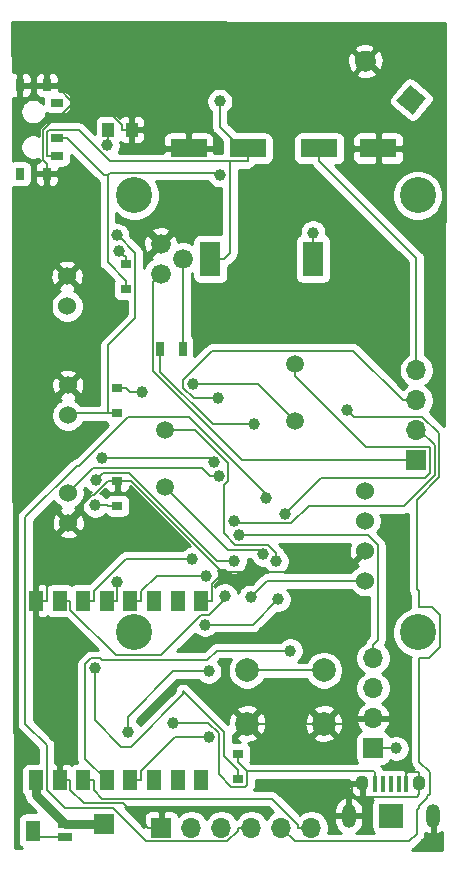
<source format=gtl>
G04 #@! TF.GenerationSoftware,KiCad,Pcbnew,5.1.7-a382d34a8~88~ubuntu18.04.1*
G04 #@! TF.CreationDate,2021-09-05T21:22:39+05:30*
G04 #@! TF.ProjectId,Sensor_PCB_v7,53656e73-6f72-45f5-9043-425f76372e6b,rev?*
G04 #@! TF.SameCoordinates,Original*
G04 #@! TF.FileFunction,Copper,L1,Top*
G04 #@! TF.FilePolarity,Positive*
%FSLAX46Y46*%
G04 Gerber Fmt 4.6, Leading zero omitted, Abs format (unit mm)*
G04 Created by KiCad (PCBNEW 5.1.7-a382d34a8~88~ubuntu18.04.1) date 2021-09-05 21:22:39*
%MOMM*%
%LPD*%
G01*
G04 APERTURE LIST*
G04 #@! TA.AperFunction,ComponentPad*
%ADD10C,3.050000*%
G04 #@! TD*
G04 #@! TA.AperFunction,SMDPad,CuDef*
%ADD11R,1.250000X0.740000*%
G04 #@! TD*
G04 #@! TA.AperFunction,SMDPad,CuDef*
%ADD12R,1.250000X1.800000*%
G04 #@! TD*
G04 #@! TA.AperFunction,ComponentPad*
%ADD13C,1.676400*%
G04 #@! TD*
G04 #@! TA.AperFunction,ComponentPad*
%ADD14C,1.524000*%
G04 #@! TD*
G04 #@! TA.AperFunction,SMDPad,CuDef*
%ADD15R,1.750000X3.000000*%
G04 #@! TD*
G04 #@! TA.AperFunction,SMDPad,CuDef*
%ADD16R,3.110000X1.580000*%
G04 #@! TD*
G04 #@! TA.AperFunction,ComponentPad*
%ADD17O,1.200000X2.000000*%
G04 #@! TD*
G04 #@! TA.AperFunction,SMDPad,CuDef*
%ADD18R,2.000000X2.000000*%
G04 #@! TD*
G04 #@! TA.AperFunction,SMDPad,CuDef*
%ADD19R,0.400000X1.350000*%
G04 #@! TD*
G04 #@! TA.AperFunction,ComponentPad*
%ADD20O,1.100000X1.300000*%
G04 #@! TD*
G04 #@! TA.AperFunction,ComponentPad*
%ADD21R,1.700000X1.700000*%
G04 #@! TD*
G04 #@! TA.AperFunction,ComponentPad*
%ADD22O,1.700000X1.700000*%
G04 #@! TD*
G04 #@! TA.AperFunction,SMDPad,CuDef*
%ADD23R,0.800000X1.000000*%
G04 #@! TD*
G04 #@! TA.AperFunction,SMDPad,CuDef*
%ADD24R,1.100000X0.700000*%
G04 #@! TD*
G04 #@! TA.AperFunction,SMDPad,CuDef*
%ADD25R,0.900000X0.800000*%
G04 #@! TD*
G04 #@! TA.AperFunction,SMDPad,CuDef*
%ADD26R,1.200000X1.700000*%
G04 #@! TD*
G04 #@! TA.AperFunction,ComponentPad*
%ADD27C,0.100000*%
G04 #@! TD*
G04 #@! TA.AperFunction,ComponentPad*
%ADD28C,1.500000*%
G04 #@! TD*
G04 #@! TA.AperFunction,ComponentPad*
%ADD29C,2.000000*%
G04 #@! TD*
G04 #@! TA.AperFunction,SMDPad,CuDef*
%ADD30R,1.000000X1.250000*%
G04 #@! TD*
G04 #@! TA.AperFunction,SMDPad,CuDef*
%ADD31R,0.700000X1.300000*%
G04 #@! TD*
G04 #@! TA.AperFunction,ViaPad*
%ADD32C,1.000000*%
G04 #@! TD*
G04 #@! TA.AperFunction,Conductor*
%ADD33C,0.800000*%
G04 #@! TD*
G04 #@! TA.AperFunction,Conductor*
%ADD34C,0.200000*%
G04 #@! TD*
G04 #@! TA.AperFunction,Conductor*
%ADD35C,0.254000*%
G04 #@! TD*
G04 #@! TA.AperFunction,Conductor*
%ADD36C,0.100000*%
G04 #@! TD*
G04 APERTURE END LIST*
D10*
X57526960Y-34225320D03*
X33526960Y-34225320D03*
X33526960Y-71225320D03*
X57526960Y-71225320D03*
D11*
X27666540Y-87475920D03*
D12*
X24916540Y-88005920D03*
D11*
X27666540Y-88535920D03*
D13*
X35750500Y-40840700D03*
X37655500Y-39570700D03*
X35750500Y-38300700D03*
D14*
X27930200Y-59390600D03*
X27940200Y-61930600D03*
D15*
X48665400Y-39593700D03*
X39965400Y-39593700D03*
D16*
X43124800Y-30238700D03*
X38124800Y-30238700D03*
D17*
X51677600Y-86741000D03*
D18*
X55252600Y-86741000D03*
D17*
X58827600Y-86741000D03*
D19*
X53952600Y-84066000D03*
X54602600Y-84066000D03*
X55252600Y-84066000D03*
X55902600Y-84066000D03*
X56552600Y-84066000D03*
D20*
X52827600Y-83991000D03*
X57677600Y-83991000D03*
D14*
X27831100Y-41059400D03*
X27841100Y-43599400D03*
X27904800Y-50292300D03*
X27914800Y-52832300D03*
X53083100Y-59237900D03*
X53083100Y-61777900D03*
X53083100Y-64317900D03*
X53083100Y-66857900D03*
D21*
X35826700Y-87769700D03*
D22*
X38366700Y-87769700D03*
X40906700Y-87769700D03*
X43446700Y-87769700D03*
X45986700Y-87769700D03*
X48526700Y-87769700D03*
D23*
X23820700Y-32386000D03*
X26120700Y-32386000D03*
X23820700Y-24886000D03*
X26120700Y-24886000D03*
D24*
X27020700Y-30886000D03*
X27020700Y-29386000D03*
X27020700Y-26386000D03*
D25*
X32087800Y-58404800D03*
X32087800Y-60504800D03*
D21*
X53743900Y-81026000D03*
D22*
X53743900Y-78486000D03*
X53743900Y-75946000D03*
X53743900Y-73406000D03*
D26*
X25204700Y-68526400D03*
X27204700Y-68526400D03*
X29204700Y-68526400D03*
X31204700Y-68526400D03*
X33204700Y-68526400D03*
X35204700Y-68526400D03*
X37204700Y-68526400D03*
X39204700Y-68526400D03*
X39204700Y-83756400D03*
X37204700Y-83756400D03*
X35204700Y-83756400D03*
X33204700Y-83756400D03*
X31204700Y-83756400D03*
X29204700Y-83756400D03*
X27204700Y-83756400D03*
X25204700Y-83756400D03*
D21*
X30927000Y-87470000D03*
X57411600Y-56649600D03*
D22*
X57411600Y-54109600D03*
X57411600Y-51569600D03*
X57411600Y-49029600D03*
D25*
X32809200Y-40049700D03*
X32809200Y-42149700D03*
G04 #@! TA.AperFunction,ComponentPad*
G36*
G01*
X53787934Y-23434548D02*
X53787934Y-23434548D01*
G75*
G02*
X52519985Y-23545479I-689440J578509D01*
G01*
X52519985Y-23545479D01*
G75*
G02*
X52409054Y-22277530I578509J689440D01*
G01*
X52409054Y-22277530D01*
G75*
G02*
X53677003Y-22166599I689440J-578509D01*
G01*
X53677003Y-22166599D01*
G75*
G02*
X53787934Y-23434548I-578509J-689440D01*
G01*
G37*
G04 #@! TD.AperFunction*
G04 #@! TA.AperFunction,ComponentPad*
D27*
G36*
X58257949Y-26010469D02*
G01*
X57100931Y-27389349D01*
X55722051Y-26232331D01*
X56879069Y-24853451D01*
X58257949Y-26010469D01*
G37*
G04 #@! TD.AperFunction*
D28*
X47170300Y-53345700D03*
X47170300Y-48465700D03*
X36141700Y-54058800D03*
X36141700Y-58938800D03*
D29*
X43075700Y-78940700D03*
X43075700Y-74440700D03*
X49575700Y-78940700D03*
X49575700Y-74440700D03*
D16*
X54186500Y-30238700D03*
X49186500Y-30238700D03*
D30*
X31308800Y-28648700D03*
X33308800Y-28648700D03*
D25*
X32065000Y-50565300D03*
X32065000Y-52665300D03*
X42336700Y-81510200D03*
X42336700Y-83610200D03*
D31*
X37625000Y-47246500D03*
X35725000Y-47246500D03*
D32*
X46276600Y-61177200D03*
X45722500Y-68420900D03*
X39527600Y-70564100D03*
X38473800Y-50191200D03*
X45561000Y-65204500D03*
X44462700Y-64605000D03*
X40757300Y-26246200D03*
X33012380Y-79649320D03*
X39829740Y-74531220D03*
X31256900Y-29988100D03*
X32065400Y-37617300D03*
X36838900Y-78900200D03*
X43376200Y-68226000D03*
X40770700Y-32489000D03*
X55712800Y-81054500D03*
X39828300Y-80095900D03*
X41188800Y-68118700D03*
X41999300Y-65191500D03*
X30257900Y-58304300D03*
X32105000Y-66980100D03*
X38448500Y-65006100D03*
X39588200Y-66422600D03*
X32232700Y-38916400D03*
X40588500Y-51406700D03*
X41945900Y-61756600D03*
X46738500Y-72770600D03*
X42380600Y-62973800D03*
X30230400Y-60455400D03*
X40265600Y-56797300D03*
X30759900Y-56452800D03*
X48665400Y-37382900D03*
X44706500Y-59851600D03*
X51544100Y-52365800D03*
X34194900Y-50890000D03*
X30187900Y-74248100D03*
X43690500Y-53609000D03*
X40688000Y-58000300D03*
D33*
X25204700Y-85014080D02*
X27666540Y-87475920D01*
X25204700Y-83756400D02*
X25204700Y-85014080D01*
X30921080Y-87475920D02*
X30927000Y-87470000D01*
X27666540Y-87475920D02*
X30921080Y-87475920D01*
D34*
X49575700Y-74440700D02*
X43075700Y-74440700D01*
X47170300Y-49526360D02*
X47170300Y-48465700D01*
X58561601Y-55602301D02*
X58458500Y-55499200D01*
X58561601Y-57739601D02*
X58561601Y-55602301D01*
X53143140Y-55499200D02*
X47170300Y-49526360D01*
X49307800Y-58146000D02*
X58155202Y-58146000D01*
X58155202Y-58146000D02*
X58561601Y-57739601D01*
X58458500Y-55499200D02*
X53143140Y-55499200D01*
X46276600Y-61177200D02*
X49307800Y-58146000D01*
X47170300Y-53345700D02*
X44015800Y-50191200D01*
X44015800Y-50191200D02*
X38473800Y-50191200D01*
X39527600Y-70564100D02*
X43579300Y-70564100D01*
X43579300Y-70564100D02*
X45722500Y-68420900D01*
X45561000Y-65204500D02*
X45561000Y-64537400D01*
X45561000Y-64537400D02*
X44828200Y-63804600D01*
X44828200Y-63804600D02*
X42078100Y-63804600D01*
X42078100Y-63804600D02*
X41105600Y-62832100D01*
X41105600Y-62832100D02*
X41105600Y-58787000D01*
X41105600Y-58787000D02*
X41503800Y-58388800D01*
X41503800Y-58388800D02*
X41503800Y-56903600D01*
X41503800Y-56903600D02*
X38659000Y-54058800D01*
X38659000Y-54058800D02*
X36141700Y-54058800D01*
X36141700Y-58938800D02*
X41461600Y-64258700D01*
X41461600Y-64258700D02*
X44116400Y-64258700D01*
X44116400Y-64258700D02*
X44462700Y-64605000D01*
X26170400Y-30886000D02*
X26170400Y-28860500D01*
X26170400Y-28860500D02*
X26329300Y-28701600D01*
X26329300Y-28701600D02*
X28838600Y-28701600D01*
X28838600Y-28701600D02*
X31466000Y-31329000D01*
X31466000Y-31329000D02*
X41625100Y-31329000D01*
X27020700Y-30886000D02*
X26170400Y-30886000D01*
X43124800Y-31329000D02*
X41625100Y-31329000D01*
X43124800Y-30783800D02*
X40757300Y-28416300D01*
X40757300Y-28416300D02*
X40757300Y-26246200D01*
X43124800Y-30783800D02*
X43124800Y-31329000D01*
X43124800Y-30238700D02*
X43124800Y-30783800D01*
X41625100Y-31329000D02*
X41625100Y-39109300D01*
X41625100Y-39109300D02*
X41140700Y-39593700D01*
X39965400Y-39593700D02*
X41140700Y-39593700D01*
X39829740Y-74531220D02*
X36827460Y-74531220D01*
X33012380Y-78346300D02*
X33012380Y-79649320D01*
X36827460Y-74531220D02*
X33012380Y-78346300D01*
X31306500Y-52665300D02*
X28081800Y-52665300D01*
X28081800Y-52665300D02*
X27914800Y-52832300D01*
X32065000Y-52665300D02*
X31306500Y-52665300D01*
X31306500Y-52665300D02*
X31306500Y-46913100D01*
X31306500Y-46913100D02*
X33609600Y-44610000D01*
X33609600Y-44610000D02*
X33609600Y-39088000D01*
X33609600Y-39088000D02*
X32138900Y-37617300D01*
X32138900Y-37617300D02*
X32065400Y-37617300D01*
X31256900Y-29988100D02*
X31308800Y-29936200D01*
X31308800Y-29936200D02*
X31308800Y-28648700D01*
X42336700Y-81510200D02*
X42336700Y-82210500D01*
X43087100Y-82991900D02*
X43087100Y-84148100D01*
X43087100Y-84148100D02*
X42924600Y-84310600D01*
X42924600Y-84310600D02*
X41753900Y-84310600D01*
X41753900Y-84310600D02*
X40663300Y-83220000D01*
X40663300Y-83220000D02*
X40663300Y-79777400D01*
X40663300Y-79777400D02*
X39786100Y-78900200D01*
X39786100Y-78900200D02*
X36838900Y-78900200D01*
X42336700Y-82210500D02*
X43087100Y-82960900D01*
X43087100Y-82960900D02*
X43087100Y-82991900D01*
X43087100Y-82991900D02*
X53853800Y-82991900D01*
X53853800Y-82991900D02*
X53952600Y-83090700D01*
X53952600Y-84066000D02*
X53952600Y-83090700D01*
X27871000Y-29386000D02*
X30974000Y-32489000D01*
X30974000Y-32489000D02*
X31265100Y-32489000D01*
X31265100Y-32489000D02*
X31265100Y-39905300D01*
X31265100Y-39905300D02*
X32809200Y-41449400D01*
X53083100Y-66857900D02*
X44744300Y-66857900D01*
X44744300Y-66857900D02*
X43376200Y-68226000D01*
X27020700Y-29386000D02*
X27871000Y-29386000D01*
X32809200Y-42149700D02*
X32809200Y-41449400D01*
X30105000Y-83756400D02*
X30105000Y-84602600D01*
X30105000Y-84602600D02*
X30809500Y-85307100D01*
X30809500Y-85307100D02*
X45152100Y-85307100D01*
X45152100Y-85307100D02*
X47376400Y-87531400D01*
X47376400Y-87531400D02*
X47376400Y-87769700D01*
X48526700Y-87769700D02*
X47376400Y-87769700D01*
X29204700Y-83756400D02*
X30105000Y-83756400D01*
X40582880Y-32301180D02*
X40770700Y-32489000D01*
X31265100Y-32489000D02*
X31452920Y-32301180D01*
X31452920Y-32301180D02*
X40582880Y-32301180D01*
X53743900Y-81026000D02*
X55684300Y-81026000D01*
X55684300Y-81026000D02*
X55712800Y-81054500D01*
X34105000Y-83756400D02*
X34105000Y-82968700D01*
X34105000Y-82968700D02*
X36977700Y-80096000D01*
X36977700Y-80096000D02*
X39828300Y-80096000D01*
X39828300Y-80096000D02*
X39828300Y-80095900D01*
X33204700Y-83756400D02*
X34105000Y-83756400D01*
X41188800Y-68118700D02*
X41188800Y-68434400D01*
X41188800Y-68434400D02*
X39859400Y-69763800D01*
X39859400Y-69763800D02*
X39196100Y-69763800D01*
X39196100Y-69763800D02*
X35787400Y-73172500D01*
X35787400Y-73172500D02*
X31963300Y-73172500D01*
X31963300Y-73172500D02*
X28105000Y-69314200D01*
X28105000Y-69314200D02*
X28105000Y-68526400D01*
X27204700Y-68526400D02*
X28105000Y-68526400D01*
X32105000Y-68526400D02*
X32105000Y-66980100D01*
X30257900Y-58304300D02*
X30858700Y-57703500D01*
X30858700Y-57703500D02*
X33086000Y-57703500D01*
X33086000Y-57703500D02*
X40574000Y-65191500D01*
X40574000Y-65191500D02*
X41999300Y-65191500D01*
X31204700Y-68526400D02*
X32105000Y-68526400D01*
X38448500Y-65006100D02*
X32793400Y-65006100D01*
X32793400Y-65006100D02*
X30105000Y-67694500D01*
X30105000Y-67694500D02*
X30105000Y-68526400D01*
X29204700Y-68526400D02*
X30105000Y-68526400D01*
X34105000Y-68526400D02*
X34105000Y-67738600D01*
X34105000Y-67738600D02*
X35421000Y-66422600D01*
X35421000Y-66422600D02*
X39588200Y-66422600D01*
X33204700Y-68526400D02*
X34105000Y-68526400D01*
X32809200Y-40049700D02*
X32809200Y-39349400D01*
X32809200Y-39349400D02*
X32665700Y-39349400D01*
X32665700Y-39349400D02*
X32232700Y-38916400D01*
X57411600Y-51569600D02*
X56261300Y-51569600D01*
X56261300Y-51569600D02*
X52078400Y-47386700D01*
X52078400Y-47386700D02*
X40122300Y-47386700D01*
X40122300Y-47386700D02*
X37668600Y-49840400D01*
X37668600Y-49840400D02*
X37668600Y-50517800D01*
X37668600Y-50517800D02*
X38557500Y-51406700D01*
X38557500Y-51406700D02*
X40588500Y-51406700D01*
X57677302Y-54109600D02*
X58961612Y-55393910D01*
X46809700Y-61992000D02*
X42181300Y-61992000D01*
X58961612Y-55393910D02*
X58961612Y-57905290D01*
X48293800Y-60507900D02*
X46809700Y-61992000D01*
X58961612Y-57905290D02*
X56359002Y-60507900D01*
X56359002Y-60507900D02*
X48293800Y-60507900D01*
X42181300Y-61992000D02*
X41945900Y-61756600D01*
X57411600Y-54109600D02*
X57677302Y-54109600D01*
X31204700Y-83756400D02*
X29350500Y-81902200D01*
X29350500Y-81902200D02*
X29350500Y-73931700D01*
X29350500Y-73931700D02*
X29859500Y-73422700D01*
X29859500Y-73422700D02*
X30632000Y-73422700D01*
X30632000Y-73422700D02*
X30782100Y-73572800D01*
X30782100Y-73572800D02*
X39707200Y-73572800D01*
X39707200Y-73572800D02*
X40509400Y-72770600D01*
X40509400Y-72770600D02*
X46738500Y-72770600D01*
X27940200Y-61930600D02*
X27940200Y-61613800D01*
X27940200Y-61613800D02*
X29961700Y-59592300D01*
X29961700Y-59592300D02*
X30150000Y-59592300D01*
X30150000Y-59592300D02*
X31337500Y-58404800D01*
X40940600Y-66124400D02*
X33221000Y-58404800D01*
X33221000Y-58404800D02*
X32087800Y-58404800D01*
X40105000Y-68526400D02*
X40105000Y-67108000D01*
X40105000Y-67108000D02*
X40940600Y-66272400D01*
X40940600Y-66272400D02*
X40940600Y-66124400D01*
X53083100Y-64317900D02*
X51276600Y-66124400D01*
X51276600Y-66124400D02*
X40940600Y-66124400D01*
X31712700Y-58404800D02*
X32087800Y-58404800D01*
X31712700Y-58404800D02*
X31337500Y-58404800D01*
X39204700Y-68526400D02*
X40105000Y-68526400D01*
X26120700Y-32386000D02*
X26120700Y-39349000D01*
X26120700Y-39349000D02*
X27831100Y-41059400D01*
X26120700Y-31985800D02*
X26120700Y-32386000D01*
X26120700Y-31985800D02*
X26120700Y-31585700D01*
X25204700Y-68526400D02*
X26105000Y-68526400D01*
X26105000Y-68526400D02*
X26105000Y-63765800D01*
X26105000Y-63765800D02*
X27940200Y-61930600D01*
X57677600Y-83991000D02*
X57677600Y-84941300D01*
X51977300Y-85141000D02*
X51677600Y-85440700D01*
X57677600Y-84941300D02*
X57477900Y-85141000D01*
X57477900Y-85141000D02*
X51977300Y-85141000D01*
X51977300Y-83991000D02*
X51977300Y-85141000D01*
X57677600Y-83640900D02*
X57677600Y-83991000D01*
X57677600Y-83640900D02*
X57677600Y-83040700D01*
X51677600Y-86741000D02*
X51677600Y-85440700D01*
X52827600Y-83991000D02*
X51977300Y-83991000D01*
X56552600Y-84066000D02*
X56552600Y-83090700D01*
X57677600Y-83040700D02*
X56602600Y-83040700D01*
X56602600Y-83040700D02*
X56552600Y-83090700D01*
X28367400Y-26376400D02*
X30636300Y-26376400D01*
X30636300Y-26376400D02*
X32508500Y-28248600D01*
X32508500Y-28248600D02*
X32508500Y-28648700D01*
X26120700Y-24886000D02*
X26877000Y-24886000D01*
X26877000Y-24886000D02*
X28367400Y-26376400D01*
X26120700Y-31585700D02*
X25770000Y-31235000D01*
X25770000Y-31235000D02*
X25770000Y-28653500D01*
X25770000Y-28653500D02*
X26700200Y-27723300D01*
X26700200Y-27723300D02*
X27020500Y-27723300D01*
X27020500Y-27723300D02*
X28367400Y-26376400D01*
X33308800Y-28648700D02*
X32508500Y-28648700D01*
X23820700Y-24886000D02*
X26120700Y-24886000D01*
X28105000Y-83756400D02*
X28105000Y-84544200D01*
X28105000Y-84544200D02*
X29268200Y-85707400D01*
X29268200Y-85707400D02*
X32614100Y-85707400D01*
X32614100Y-85707400D02*
X34676400Y-87769700D01*
X35826700Y-87769700D02*
X34676400Y-87769700D01*
X27204700Y-83756400D02*
X28105000Y-83756400D01*
X54186500Y-29148400D02*
X52299000Y-27260900D01*
X52299000Y-27260900D02*
X52299000Y-23808800D01*
X43075700Y-78940700D02*
X49575700Y-78940700D01*
X53743900Y-78486000D02*
X52593600Y-78486000D01*
X49575700Y-78940700D02*
X52138900Y-78940700D01*
X52138900Y-78940700D02*
X52593600Y-78486000D01*
X53098500Y-22856000D02*
X52299000Y-23808800D01*
X54186500Y-30238700D02*
X54186500Y-29148400D01*
X38124800Y-30238700D02*
X38124800Y-29148400D01*
X33308800Y-28648700D02*
X37625100Y-28648700D01*
X37625100Y-28648700D02*
X38124800Y-29148400D01*
X53743900Y-73406000D02*
X53743900Y-72255700D01*
X53743900Y-72255700D02*
X54151800Y-71847800D01*
X54151800Y-71847800D02*
X54151800Y-63844900D01*
X54151800Y-63844900D02*
X53280700Y-62973800D01*
X53280700Y-62973800D02*
X42380600Y-62973800D01*
X32087800Y-60504800D02*
X31337500Y-60504800D01*
X30230400Y-60455400D02*
X31288100Y-60455400D01*
X31288100Y-60455400D02*
X31337500Y-60504800D01*
X30759900Y-56452800D02*
X39921100Y-56452800D01*
X39921100Y-56452800D02*
X40265600Y-56797300D01*
X49186500Y-30238700D02*
X49186500Y-31329000D01*
X49186500Y-31329000D02*
X57411600Y-39554100D01*
X57411600Y-39554100D02*
X57411600Y-49029600D01*
X48665400Y-37382900D02*
X48665400Y-39593700D01*
X44706500Y-59851600D02*
X44706500Y-59540200D01*
X44706500Y-59540200D02*
X38163600Y-52997300D01*
X38163600Y-52997300D02*
X33015200Y-52997300D01*
X33015200Y-52997300D02*
X28886600Y-57125900D01*
X28886600Y-57125900D02*
X28671700Y-57125900D01*
X28671700Y-57125900D02*
X24304300Y-61493300D01*
X24304300Y-61493300D02*
X24304300Y-78958200D01*
X24304300Y-78958200D02*
X26105100Y-80759000D01*
X26105100Y-80759000D02*
X26105100Y-84573300D01*
X26105100Y-84573300D02*
X27639600Y-86107800D01*
X27639600Y-86107800D02*
X31748200Y-86107800D01*
X31748200Y-86107800D02*
X34560500Y-88920100D01*
X34560500Y-88920100D02*
X41384300Y-88920100D01*
X41384300Y-88920100D02*
X42296400Y-88008000D01*
X42296400Y-88008000D02*
X42296400Y-87769700D01*
X43446700Y-87769700D02*
X42296400Y-87769700D01*
X57437500Y-88297540D02*
X56814940Y-88920100D01*
X57437500Y-86294900D02*
X57437500Y-88297540D01*
X57647840Y-86084560D02*
X57437500Y-86294900D01*
X58311571Y-85106989D02*
X58311571Y-85221289D01*
X58527610Y-84890950D02*
X58311571Y-85106989D01*
X59361623Y-55228221D02*
X59361623Y-58070979D01*
X57647840Y-82181700D02*
X58527610Y-83061470D01*
X59314080Y-54383580D02*
X59314080Y-55180678D01*
X59425840Y-69783960D02*
X59425840Y-72440800D01*
X52127000Y-52948700D02*
X57879200Y-52948700D01*
X59361623Y-58070979D02*
X57431940Y-60000662D01*
X56814940Y-88920100D02*
X47137100Y-88920100D01*
X58311571Y-85221289D02*
X57647840Y-85885020D01*
X57431940Y-60000662D02*
X57431940Y-67541140D01*
X51544100Y-52365800D02*
X52127000Y-52948700D01*
X57647840Y-67757040D02*
X57647840Y-69095620D01*
X47137100Y-88920100D02*
X45986700Y-87769700D01*
X57647840Y-85885020D02*
X57647840Y-86084560D01*
X57647840Y-69095620D02*
X58737500Y-69095620D01*
X57879200Y-52948700D02*
X59314080Y-54383580D01*
X57431940Y-67541140D02*
X57647840Y-67757040D01*
X59425840Y-72440800D02*
X58480960Y-73385680D01*
X58737500Y-69095620D02*
X59425840Y-69783960D01*
X58527610Y-83061470D02*
X58527610Y-84890950D01*
X59314080Y-55180678D02*
X59361623Y-55228221D01*
X58480960Y-73385680D02*
X57647840Y-73385680D01*
X57647840Y-73385680D02*
X57647840Y-82181700D01*
X32065000Y-50565300D02*
X32815300Y-50565300D01*
X34194900Y-50890000D02*
X33140000Y-50890000D01*
X33140000Y-50890000D02*
X32815300Y-50565300D01*
X30187900Y-78646020D02*
X30187900Y-74248100D01*
X32433260Y-80891380D02*
X30187900Y-78646020D01*
X33233360Y-80891380D02*
X32433260Y-80891380D01*
X42336700Y-82909900D02*
X41137000Y-81710200D01*
X41137000Y-79685000D02*
X37667720Y-76215720D01*
X37667720Y-76457020D02*
X33233360Y-80891380D01*
X42336700Y-83610200D02*
X42336700Y-82909900D01*
X41137000Y-81710200D02*
X41137000Y-79685000D01*
X37667720Y-76215720D02*
X37667720Y-76457020D01*
X37625000Y-47246500D02*
X37625000Y-46296200D01*
X37625000Y-46296200D02*
X37655500Y-46265700D01*
X37655500Y-46265700D02*
X37655500Y-39570700D01*
X35725000Y-47246500D02*
X35725000Y-49140300D01*
X35725000Y-49140300D02*
X40193700Y-53609000D01*
X40193700Y-53609000D02*
X43690500Y-53609000D01*
X35750500Y-40840700D02*
X35074600Y-41516600D01*
X35074600Y-41516600D02*
X35074600Y-49056000D01*
X35074600Y-49056000D02*
X42668200Y-56649600D01*
X42668200Y-56649600D02*
X56261300Y-56649600D01*
X57411600Y-56649600D02*
X56261300Y-56649600D01*
X27930200Y-59390600D02*
X30017600Y-57303200D01*
X30017600Y-57303200D02*
X39274100Y-57303200D01*
X39274100Y-57303200D02*
X39971200Y-58000300D01*
X39971200Y-58000300D02*
X40688000Y-58000300D01*
X25446540Y-88535920D02*
X24916540Y-88005920D01*
X27666540Y-88535920D02*
X25446540Y-88535920D01*
D35*
X58954600Y-86614000D02*
X58974600Y-86614000D01*
X58974600Y-86868000D01*
X58954600Y-86868000D01*
X58954600Y-88209731D01*
X59145209Y-88334462D01*
X59182882Y-88330591D01*
X59408133Y-88238421D01*
X59611074Y-88104078D01*
X59621619Y-88093624D01*
X59616745Y-89625963D01*
X57051812Y-89616318D01*
X57097573Y-89602437D01*
X57225260Y-89534187D01*
X57337178Y-89442338D01*
X57360198Y-89414288D01*
X57931693Y-88842794D01*
X57959738Y-88819778D01*
X58051587Y-88707860D01*
X58119837Y-88580173D01*
X58161865Y-88441625D01*
X58172500Y-88333645D01*
X58176056Y-88297540D01*
X58172500Y-88261435D01*
X58172500Y-88189059D01*
X58247067Y-88238421D01*
X58472318Y-88330591D01*
X58509991Y-88334462D01*
X58700600Y-88209731D01*
X58700600Y-86868000D01*
X58680600Y-86868000D01*
X58680600Y-86614000D01*
X58700600Y-86614000D01*
X58700600Y-86594000D01*
X58954600Y-86594000D01*
X58954600Y-86614000D01*
G04 #@! TA.AperFunction,Conductor*
D36*
G36*
X58954600Y-86614000D02*
G01*
X58974600Y-86614000D01*
X58974600Y-86868000D01*
X58954600Y-86868000D01*
X58954600Y-88209731D01*
X59145209Y-88334462D01*
X59182882Y-88330591D01*
X59408133Y-88238421D01*
X59611074Y-88104078D01*
X59621619Y-88093624D01*
X59616745Y-89625963D01*
X57051812Y-89616318D01*
X57097573Y-89602437D01*
X57225260Y-89534187D01*
X57337178Y-89442338D01*
X57360198Y-89414288D01*
X57931693Y-88842794D01*
X57959738Y-88819778D01*
X58051587Y-88707860D01*
X58119837Y-88580173D01*
X58161865Y-88441625D01*
X58172500Y-88333645D01*
X58176056Y-88297540D01*
X58172500Y-88261435D01*
X58172500Y-88189059D01*
X58247067Y-88238421D01*
X58472318Y-88330591D01*
X58509991Y-88334462D01*
X58700600Y-88209731D01*
X58700600Y-86868000D01*
X58680600Y-86868000D01*
X58680600Y-86614000D01*
X58700600Y-86614000D01*
X58700600Y-86594000D01*
X58954600Y-86594000D01*
X58954600Y-86614000D01*
G37*
G04 #@! TD.AperFunction*
D35*
X59839456Y-19601127D02*
X59730812Y-53760865D01*
X58525627Y-52555680D01*
X58565075Y-52516232D01*
X58727590Y-52273011D01*
X58839532Y-52002758D01*
X58896600Y-51715860D01*
X58896600Y-51423340D01*
X58839532Y-51136442D01*
X58727590Y-50866189D01*
X58565075Y-50622968D01*
X58358232Y-50416125D01*
X58183840Y-50299600D01*
X58358232Y-50183075D01*
X58565075Y-49976232D01*
X58727590Y-49733011D01*
X58839532Y-49462758D01*
X58896600Y-49175860D01*
X58896600Y-48883340D01*
X58839532Y-48596442D01*
X58727590Y-48326189D01*
X58565075Y-48082968D01*
X58358232Y-47876125D01*
X58146600Y-47734717D01*
X58146600Y-39590205D01*
X58150156Y-39554100D01*
X58135965Y-39410014D01*
X58106625Y-39313295D01*
X58093937Y-39271467D01*
X58025687Y-39143780D01*
X57979909Y-39088000D01*
X57956853Y-39059906D01*
X57956850Y-39059903D01*
X57933837Y-39031862D01*
X57905798Y-39008851D01*
X52909526Y-34012579D01*
X55366960Y-34012579D01*
X55366960Y-34438061D01*
X55449968Y-34855369D01*
X55612793Y-35248464D01*
X55849179Y-35602240D01*
X56150040Y-35903101D01*
X56503816Y-36139487D01*
X56896911Y-36302312D01*
X57314219Y-36385320D01*
X57739701Y-36385320D01*
X58157009Y-36302312D01*
X58550104Y-36139487D01*
X58903880Y-35903101D01*
X59204741Y-35602240D01*
X59441127Y-35248464D01*
X59603952Y-34855369D01*
X59686960Y-34438061D01*
X59686960Y-34012579D01*
X59603952Y-33595271D01*
X59441127Y-33202176D01*
X59204741Y-32848400D01*
X58903880Y-32547539D01*
X58550104Y-32311153D01*
X58157009Y-32148328D01*
X57739701Y-32065320D01*
X57314219Y-32065320D01*
X56896911Y-32148328D01*
X56503816Y-32311153D01*
X56150040Y-32547539D01*
X55849179Y-32848400D01*
X55612793Y-33202176D01*
X55449968Y-33595271D01*
X55366960Y-34012579D01*
X52909526Y-34012579D01*
X50563718Y-31666772D01*
X50741500Y-31666772D01*
X50865982Y-31654512D01*
X50985680Y-31618202D01*
X51095994Y-31559237D01*
X51192685Y-31479885D01*
X51272037Y-31383194D01*
X51331002Y-31272880D01*
X51367312Y-31153182D01*
X51379572Y-31028700D01*
X51993428Y-31028700D01*
X52005688Y-31153182D01*
X52041998Y-31272880D01*
X52100963Y-31383194D01*
X52180315Y-31479885D01*
X52277006Y-31559237D01*
X52387320Y-31618202D01*
X52507018Y-31654512D01*
X52631500Y-31666772D01*
X53900750Y-31663700D01*
X54059500Y-31504950D01*
X54059500Y-30365700D01*
X54313500Y-30365700D01*
X54313500Y-31504950D01*
X54472250Y-31663700D01*
X55741500Y-31666772D01*
X55865982Y-31654512D01*
X55985680Y-31618202D01*
X56095994Y-31559237D01*
X56192685Y-31479885D01*
X56272037Y-31383194D01*
X56331002Y-31272880D01*
X56367312Y-31153182D01*
X56379572Y-31028700D01*
X56376500Y-30524450D01*
X56217750Y-30365700D01*
X54313500Y-30365700D01*
X54059500Y-30365700D01*
X52155250Y-30365700D01*
X51996500Y-30524450D01*
X51993428Y-31028700D01*
X51379572Y-31028700D01*
X51379572Y-29448700D01*
X51993428Y-29448700D01*
X51996500Y-29952950D01*
X52155250Y-30111700D01*
X54059500Y-30111700D01*
X54059500Y-28972450D01*
X54313500Y-28972450D01*
X54313500Y-30111700D01*
X56217750Y-30111700D01*
X56376500Y-29952950D01*
X56379572Y-29448700D01*
X56367312Y-29324218D01*
X56331002Y-29204520D01*
X56272037Y-29094206D01*
X56192685Y-28997515D01*
X56095994Y-28918163D01*
X55985680Y-28859198D01*
X55865982Y-28822888D01*
X55741500Y-28810628D01*
X54472250Y-28813700D01*
X54313500Y-28972450D01*
X54059500Y-28972450D01*
X53900750Y-28813700D01*
X52631500Y-28810628D01*
X52507018Y-28822888D01*
X52387320Y-28859198D01*
X52277006Y-28918163D01*
X52180315Y-28997515D01*
X52100963Y-29094206D01*
X52041998Y-29204520D01*
X52005688Y-29324218D01*
X51993428Y-29448700D01*
X51379572Y-29448700D01*
X51367312Y-29324218D01*
X51331002Y-29204520D01*
X51272037Y-29094206D01*
X51192685Y-28997515D01*
X51095994Y-28918163D01*
X50985680Y-28859198D01*
X50865982Y-28822888D01*
X50741500Y-28810628D01*
X47631500Y-28810628D01*
X47507018Y-28822888D01*
X47387320Y-28859198D01*
X47277006Y-28918163D01*
X47180315Y-28997515D01*
X47100963Y-29094206D01*
X47041998Y-29204520D01*
X47005688Y-29324218D01*
X46993428Y-29448700D01*
X46993428Y-31028700D01*
X47005688Y-31153182D01*
X47041998Y-31272880D01*
X47100963Y-31383194D01*
X47180315Y-31479885D01*
X47277006Y-31559237D01*
X47387320Y-31618202D01*
X47507018Y-31654512D01*
X47631500Y-31666772D01*
X48533636Y-31666772D01*
X48572414Y-31739320D01*
X48664263Y-31851238D01*
X48692307Y-31874253D01*
X56676600Y-39858547D01*
X56676601Y-47734717D01*
X56464968Y-47876125D01*
X56258125Y-48082968D01*
X56095610Y-48326189D01*
X55983668Y-48596442D01*
X55926600Y-48883340D01*
X55926600Y-49175860D01*
X55983668Y-49462758D01*
X56095610Y-49733011D01*
X56258125Y-49976232D01*
X56464968Y-50183075D01*
X56639360Y-50299600D01*
X56464968Y-50416125D01*
X56306120Y-50574973D01*
X52623659Y-46892513D01*
X52600638Y-46864462D01*
X52488720Y-46772613D01*
X52361033Y-46704363D01*
X52222485Y-46662335D01*
X52114505Y-46651700D01*
X52078400Y-46648144D01*
X52042295Y-46651700D01*
X40158405Y-46651700D01*
X40122300Y-46648144D01*
X40086195Y-46651700D01*
X39978215Y-46662335D01*
X39839667Y-46704363D01*
X39711980Y-46772613D01*
X39600062Y-46864462D01*
X39577046Y-46892507D01*
X38613072Y-47856481D01*
X38613072Y-46596500D01*
X38600812Y-46472018D01*
X38564502Y-46352320D01*
X38505537Y-46242006D01*
X38426185Y-46145315D01*
X38390500Y-46116029D01*
X38390500Y-40851391D01*
X38452328Y-40810079D01*
X38452328Y-41093700D01*
X38464588Y-41218182D01*
X38500898Y-41337880D01*
X38559863Y-41448194D01*
X38639215Y-41544885D01*
X38735906Y-41624237D01*
X38846220Y-41683202D01*
X38965918Y-41719512D01*
X39090400Y-41731772D01*
X40840400Y-41731772D01*
X40964882Y-41719512D01*
X41084580Y-41683202D01*
X41194894Y-41624237D01*
X41291585Y-41544885D01*
X41370937Y-41448194D01*
X41429902Y-41337880D01*
X41466212Y-41218182D01*
X41478472Y-41093700D01*
X41478472Y-40246565D01*
X41551020Y-40207787D01*
X41662938Y-40115938D01*
X41685959Y-40087887D01*
X42119287Y-39654559D01*
X42147338Y-39631538D01*
X42239187Y-39519620D01*
X42307437Y-39391933D01*
X42349465Y-39253385D01*
X42352461Y-39222964D01*
X42363656Y-39109301D01*
X42360100Y-39073196D01*
X42360100Y-38093700D01*
X47152328Y-38093700D01*
X47152328Y-41093700D01*
X47164588Y-41218182D01*
X47200898Y-41337880D01*
X47259863Y-41448194D01*
X47339215Y-41544885D01*
X47435906Y-41624237D01*
X47546220Y-41683202D01*
X47665918Y-41719512D01*
X47790400Y-41731772D01*
X49540400Y-41731772D01*
X49664882Y-41719512D01*
X49784580Y-41683202D01*
X49894894Y-41624237D01*
X49991585Y-41544885D01*
X50070937Y-41448194D01*
X50129902Y-41337880D01*
X50166212Y-41218182D01*
X50178472Y-41093700D01*
X50178472Y-38093700D01*
X50166212Y-37969218D01*
X50129902Y-37849520D01*
X50070937Y-37739206D01*
X49991585Y-37642515D01*
X49894894Y-37563163D01*
X49797170Y-37510927D01*
X49800400Y-37494688D01*
X49800400Y-37271112D01*
X49756783Y-37051833D01*
X49671224Y-36845276D01*
X49547012Y-36659380D01*
X49388920Y-36501288D01*
X49203024Y-36377076D01*
X48996467Y-36291517D01*
X48777188Y-36247900D01*
X48553612Y-36247900D01*
X48334333Y-36291517D01*
X48127776Y-36377076D01*
X47941880Y-36501288D01*
X47783788Y-36659380D01*
X47659576Y-36845276D01*
X47574017Y-37051833D01*
X47530400Y-37271112D01*
X47530400Y-37494688D01*
X47533630Y-37510927D01*
X47435906Y-37563163D01*
X47339215Y-37642515D01*
X47259863Y-37739206D01*
X47200898Y-37849520D01*
X47164588Y-37969218D01*
X47152328Y-38093700D01*
X42360100Y-38093700D01*
X42360100Y-32064000D01*
X43088695Y-32064000D01*
X43124800Y-32067556D01*
X43160905Y-32064000D01*
X43268885Y-32053365D01*
X43407433Y-32011337D01*
X43535120Y-31943087D01*
X43647038Y-31851238D01*
X43738887Y-31739320D01*
X43777665Y-31666772D01*
X44679800Y-31666772D01*
X44804282Y-31654512D01*
X44923980Y-31618202D01*
X45034294Y-31559237D01*
X45130985Y-31479885D01*
X45210337Y-31383194D01*
X45269302Y-31272880D01*
X45305612Y-31153182D01*
X45317872Y-31028700D01*
X45317872Y-29448700D01*
X45305612Y-29324218D01*
X45269302Y-29204520D01*
X45210337Y-29094206D01*
X45130985Y-28997515D01*
X45034294Y-28918163D01*
X44923980Y-28859198D01*
X44804282Y-28822888D01*
X44679800Y-28810628D01*
X42191074Y-28810628D01*
X41492300Y-28111854D01*
X41492300Y-27116332D01*
X41638912Y-26969720D01*
X41763124Y-26783824D01*
X41848683Y-26577267D01*
X41892300Y-26357988D01*
X41892300Y-26287943D01*
X55086407Y-26287943D01*
X55109470Y-26410882D01*
X55156074Y-26526960D01*
X55224428Y-26631715D01*
X55311906Y-26721122D01*
X56690786Y-27878140D01*
X56794025Y-27948764D01*
X56909059Y-27997889D01*
X57031466Y-28023629D01*
X57156543Y-28024993D01*
X57279482Y-28001930D01*
X57395560Y-27955326D01*
X57500315Y-27886972D01*
X57589722Y-27799494D01*
X58746740Y-26420614D01*
X58817364Y-26317375D01*
X58866489Y-26202341D01*
X58892229Y-26079934D01*
X58893593Y-25954857D01*
X58870530Y-25831918D01*
X58823926Y-25715840D01*
X58755572Y-25611085D01*
X58668094Y-25521678D01*
X57289214Y-24364660D01*
X57185975Y-24294036D01*
X57070941Y-24244911D01*
X56948534Y-24219171D01*
X56823457Y-24217807D01*
X56700518Y-24240870D01*
X56584440Y-24287474D01*
X56479685Y-24355828D01*
X56390278Y-24443306D01*
X55233260Y-25822186D01*
X55162636Y-25925425D01*
X55113511Y-26040459D01*
X55087771Y-26162866D01*
X55086407Y-26287943D01*
X41892300Y-26287943D01*
X41892300Y-26134412D01*
X41848683Y-25915133D01*
X41763124Y-25708576D01*
X41638912Y-25522680D01*
X41480820Y-25364588D01*
X41294924Y-25240376D01*
X41088367Y-25154817D01*
X40869088Y-25111200D01*
X40645512Y-25111200D01*
X40426233Y-25154817D01*
X40219676Y-25240376D01*
X40033780Y-25364588D01*
X39875688Y-25522680D01*
X39751476Y-25708576D01*
X39665917Y-25915133D01*
X39622300Y-26134412D01*
X39622300Y-26357988D01*
X39665917Y-26577267D01*
X39751476Y-26783824D01*
X39875688Y-26969720D01*
X40022301Y-27116333D01*
X40022300Y-28380195D01*
X40018744Y-28416300D01*
X40022300Y-28452404D01*
X40032935Y-28560384D01*
X40074963Y-28698932D01*
X40143213Y-28826619D01*
X40235062Y-28938537D01*
X40263108Y-28961554D01*
X40931728Y-29630174D01*
X40931728Y-30594000D01*
X40315224Y-30594000D01*
X40314800Y-30524450D01*
X40156050Y-30365700D01*
X38251800Y-30365700D01*
X38251800Y-30385700D01*
X37997800Y-30385700D01*
X37997800Y-30365700D01*
X36093550Y-30365700D01*
X35934800Y-30524450D01*
X35934376Y-30594000D01*
X32217103Y-30594000D01*
X32262724Y-30525724D01*
X32348283Y-30319167D01*
X32391900Y-30099888D01*
X32391900Y-29876312D01*
X32362592Y-29728969D01*
X32454306Y-29804237D01*
X32564620Y-29863202D01*
X32684318Y-29899512D01*
X32808800Y-29911772D01*
X33023050Y-29908700D01*
X33181800Y-29749950D01*
X33181800Y-28775700D01*
X33435800Y-28775700D01*
X33435800Y-29749950D01*
X33594550Y-29908700D01*
X33808800Y-29911772D01*
X33933282Y-29899512D01*
X34052980Y-29863202D01*
X34163294Y-29804237D01*
X34259985Y-29724885D01*
X34339337Y-29628194D01*
X34398302Y-29517880D01*
X34419287Y-29448700D01*
X35931728Y-29448700D01*
X35934800Y-29952950D01*
X36093550Y-30111700D01*
X37997800Y-30111700D01*
X37997800Y-28972450D01*
X38251800Y-28972450D01*
X38251800Y-30111700D01*
X40156050Y-30111700D01*
X40314800Y-29952950D01*
X40317872Y-29448700D01*
X40305612Y-29324218D01*
X40269302Y-29204520D01*
X40210337Y-29094206D01*
X40130985Y-28997515D01*
X40034294Y-28918163D01*
X39923980Y-28859198D01*
X39804282Y-28822888D01*
X39679800Y-28810628D01*
X38410550Y-28813700D01*
X38251800Y-28972450D01*
X37997800Y-28972450D01*
X37839050Y-28813700D01*
X36569800Y-28810628D01*
X36445318Y-28822888D01*
X36325620Y-28859198D01*
X36215306Y-28918163D01*
X36118615Y-28997515D01*
X36039263Y-29094206D01*
X35980298Y-29204520D01*
X35943988Y-29324218D01*
X35931728Y-29448700D01*
X34419287Y-29448700D01*
X34434612Y-29398182D01*
X34446872Y-29273700D01*
X34443800Y-28934450D01*
X34285050Y-28775700D01*
X33435800Y-28775700D01*
X33181800Y-28775700D01*
X33161800Y-28775700D01*
X33161800Y-28521700D01*
X33181800Y-28521700D01*
X33181800Y-27547450D01*
X33435800Y-27547450D01*
X33435800Y-28521700D01*
X34285050Y-28521700D01*
X34443800Y-28362950D01*
X34446872Y-28023700D01*
X34434612Y-27899218D01*
X34398302Y-27779520D01*
X34339337Y-27669206D01*
X34259985Y-27572515D01*
X34163294Y-27493163D01*
X34052980Y-27434198D01*
X33933282Y-27397888D01*
X33808800Y-27385628D01*
X33594550Y-27388700D01*
X33435800Y-27547450D01*
X33181800Y-27547450D01*
X33023050Y-27388700D01*
X32808800Y-27385628D01*
X32684318Y-27397888D01*
X32564620Y-27434198D01*
X32454306Y-27493163D01*
X32357615Y-27572515D01*
X32308800Y-27631996D01*
X32259985Y-27572515D01*
X32163294Y-27493163D01*
X32052980Y-27434198D01*
X31933282Y-27397888D01*
X31808800Y-27385628D01*
X30808800Y-27385628D01*
X30684318Y-27397888D01*
X30564620Y-27434198D01*
X30454306Y-27493163D01*
X30357615Y-27572515D01*
X30278263Y-27669206D01*
X30219298Y-27779520D01*
X30182988Y-27899218D01*
X30170728Y-28023700D01*
X30170728Y-28994282D01*
X29383859Y-28207412D01*
X29360838Y-28179362D01*
X29248920Y-28087513D01*
X29121233Y-28019263D01*
X28982685Y-27977235D01*
X28874705Y-27966600D01*
X28838600Y-27963044D01*
X28802495Y-27966600D01*
X26365405Y-27966600D01*
X26329300Y-27963044D01*
X26293195Y-27966600D01*
X26185215Y-27977235D01*
X26046667Y-28019263D01*
X25918980Y-28087513D01*
X25807062Y-28179362D01*
X25784041Y-28207413D01*
X25676208Y-28315246D01*
X25648163Y-28338262D01*
X25556314Y-28450180D01*
X25555125Y-28452405D01*
X25488064Y-28577867D01*
X25446035Y-28716415D01*
X25431844Y-28860500D01*
X25435401Y-28896615D01*
X25435401Y-29154090D01*
X25287183Y-29092696D01*
X25077563Y-29051000D01*
X24863837Y-29051000D01*
X24654217Y-29092696D01*
X24456760Y-29174485D01*
X24279053Y-29293225D01*
X24127925Y-29444353D01*
X24009185Y-29622060D01*
X23927396Y-29819517D01*
X23885700Y-30029137D01*
X23885700Y-30242863D01*
X23927396Y-30452483D01*
X24009185Y-30649940D01*
X24127925Y-30827647D01*
X24279053Y-30978775D01*
X24456760Y-31097515D01*
X24654217Y-31179304D01*
X24863837Y-31221000D01*
X25077563Y-31221000D01*
X25287183Y-31179304D01*
X25468516Y-31104194D01*
X25488063Y-31168633D01*
X25545262Y-31275645D01*
X25476520Y-31296498D01*
X25366206Y-31355463D01*
X25269515Y-31434815D01*
X25190163Y-31531506D01*
X25131198Y-31641820D01*
X25094888Y-31761518D01*
X25082628Y-31886000D01*
X25085700Y-32100250D01*
X25244450Y-32259000D01*
X25993700Y-32259000D01*
X25993700Y-32239000D01*
X26247700Y-32239000D01*
X26247700Y-32259000D01*
X26996950Y-32259000D01*
X27155700Y-32100250D01*
X27158772Y-31886000D01*
X27157597Y-31874072D01*
X27570700Y-31874072D01*
X27695182Y-31861812D01*
X27814880Y-31825502D01*
X27925194Y-31766537D01*
X28021885Y-31687185D01*
X28101237Y-31590494D01*
X28160202Y-31480180D01*
X28196512Y-31360482D01*
X28208772Y-31236000D01*
X28208772Y-30763218D01*
X30428746Y-32983193D01*
X30451762Y-33011238D01*
X30479806Y-33034253D01*
X30530100Y-33075529D01*
X30530101Y-39869185D01*
X30526544Y-39905300D01*
X30540735Y-40049385D01*
X30573794Y-40158364D01*
X30582764Y-40187933D01*
X30651014Y-40315620D01*
X30742863Y-40427538D01*
X30770908Y-40450554D01*
X31789266Y-41468912D01*
X31769698Y-41505520D01*
X31733388Y-41625218D01*
X31721128Y-41749700D01*
X31721128Y-42549700D01*
X31733388Y-42674182D01*
X31769698Y-42793880D01*
X31828663Y-42904194D01*
X31908015Y-43000885D01*
X32004706Y-43080237D01*
X32115020Y-43139202D01*
X32234718Y-43175512D01*
X32359200Y-43187772D01*
X32874600Y-43187772D01*
X32874600Y-44305553D01*
X30812308Y-46367846D01*
X30784263Y-46390862D01*
X30692414Y-46502780D01*
X30659604Y-46564163D01*
X30624164Y-46630467D01*
X30582135Y-46769015D01*
X30567944Y-46913100D01*
X30571501Y-46949215D01*
X30571500Y-51930300D01*
X28988455Y-51930300D01*
X28805335Y-51747180D01*
X28576527Y-51594295D01*
X28500205Y-51562681D01*
X28507823Y-51559936D01*
X28623780Y-51497956D01*
X28690760Y-51257865D01*
X27904800Y-50471905D01*
X27118840Y-51257865D01*
X27185820Y-51497956D01*
X27326243Y-51563987D01*
X27253073Y-51594295D01*
X27024265Y-51747180D01*
X26829680Y-51941765D01*
X26676795Y-52170573D01*
X26571486Y-52424810D01*
X26517800Y-52694708D01*
X26517800Y-52969892D01*
X26571486Y-53239790D01*
X26676795Y-53494027D01*
X26829680Y-53722835D01*
X27024265Y-53917420D01*
X27253073Y-54070305D01*
X27507310Y-54175614D01*
X27777208Y-54229300D01*
X28052392Y-54229300D01*
X28322290Y-54175614D01*
X28576527Y-54070305D01*
X28805335Y-53917420D01*
X28999920Y-53722835D01*
X29152805Y-53494027D01*
X29191628Y-53400300D01*
X31074043Y-53400300D01*
X31084463Y-53419794D01*
X31163815Y-53516485D01*
X31260506Y-53595837D01*
X31336563Y-53636491D01*
X28576315Y-56396738D01*
X28527615Y-56401535D01*
X28389067Y-56443563D01*
X28261380Y-56511813D01*
X28149462Y-56603662D01*
X28126446Y-56631707D01*
X23810108Y-60948046D01*
X23782062Y-60971063D01*
X23690213Y-61082981D01*
X23621963Y-61210668D01*
X23598205Y-61288988D01*
X23579935Y-61349215D01*
X23565744Y-61493300D01*
X23569300Y-61529405D01*
X23569301Y-78922085D01*
X23565744Y-78958200D01*
X23579935Y-79102285D01*
X23619062Y-79231267D01*
X23621964Y-79240833D01*
X23690214Y-79368520D01*
X23782063Y-79480438D01*
X23810108Y-79503454D01*
X25370100Y-81063447D01*
X25370100Y-82268328D01*
X24604700Y-82268328D01*
X24480218Y-82280588D01*
X24360520Y-82316898D01*
X24250206Y-82375863D01*
X24153515Y-82455215D01*
X24074163Y-82551906D01*
X24015198Y-82662220D01*
X23978888Y-82781918D01*
X23966628Y-82906400D01*
X23966628Y-84606400D01*
X23978888Y-84730882D01*
X24015198Y-84850580D01*
X24074163Y-84960894D01*
X24153515Y-85057585D01*
X24170339Y-85071392D01*
X24184677Y-85216975D01*
X24243860Y-85412073D01*
X24339966Y-85591877D01*
X24426633Y-85697480D01*
X24469305Y-85749476D01*
X24508792Y-85781882D01*
X25194758Y-86467848D01*
X24291540Y-86467848D01*
X24167058Y-86480108D01*
X24047360Y-86516418D01*
X23937046Y-86575383D01*
X23840355Y-86654735D01*
X23761003Y-86751426D01*
X23702038Y-86861740D01*
X23665728Y-86981438D01*
X23653468Y-87105920D01*
X23653468Y-88905920D01*
X23665728Y-89030402D01*
X23702038Y-89150100D01*
X23761003Y-89260414D01*
X23840355Y-89357105D01*
X23937046Y-89436457D01*
X24041320Y-89492194D01*
X23393071Y-89489756D01*
X23291121Y-50364317D01*
X26502890Y-50364317D01*
X26543878Y-50636433D01*
X26637164Y-50895323D01*
X26699144Y-51011280D01*
X26939235Y-51078260D01*
X27725195Y-50292300D01*
X28084405Y-50292300D01*
X28870365Y-51078260D01*
X29110456Y-51011280D01*
X29227556Y-50762252D01*
X29293823Y-50495165D01*
X29306710Y-50220283D01*
X29265722Y-49948167D01*
X29172436Y-49689277D01*
X29110456Y-49573320D01*
X28870365Y-49506340D01*
X28084405Y-50292300D01*
X27725195Y-50292300D01*
X26939235Y-49506340D01*
X26699144Y-49573320D01*
X26582044Y-49822348D01*
X26515777Y-50089435D01*
X26502890Y-50364317D01*
X23291121Y-50364317D01*
X23288418Y-49326735D01*
X27118840Y-49326735D01*
X27904800Y-50112695D01*
X28690760Y-49326735D01*
X28623780Y-49086644D01*
X28374752Y-48969544D01*
X28107665Y-48903277D01*
X27832783Y-48890390D01*
X27560667Y-48931378D01*
X27301777Y-49024664D01*
X27185820Y-49086644D01*
X27118840Y-49326735D01*
X23288418Y-49326735D01*
X23273134Y-43461808D01*
X26444100Y-43461808D01*
X26444100Y-43736992D01*
X26497786Y-44006890D01*
X26603095Y-44261127D01*
X26755980Y-44489935D01*
X26950565Y-44684520D01*
X27179373Y-44837405D01*
X27433610Y-44942714D01*
X27703508Y-44996400D01*
X27978692Y-44996400D01*
X28248590Y-44942714D01*
X28502827Y-44837405D01*
X28731635Y-44684520D01*
X28926220Y-44489935D01*
X29079105Y-44261127D01*
X29184414Y-44006890D01*
X29238100Y-43736992D01*
X29238100Y-43461808D01*
X29184414Y-43191910D01*
X29079105Y-42937673D01*
X28926220Y-42708865D01*
X28731635Y-42514280D01*
X28502827Y-42361395D01*
X28426505Y-42329781D01*
X28434123Y-42327036D01*
X28550080Y-42265056D01*
X28617060Y-42024965D01*
X27831100Y-41239005D01*
X27045140Y-42024965D01*
X27112120Y-42265056D01*
X27252543Y-42331087D01*
X27179373Y-42361395D01*
X26950565Y-42514280D01*
X26755980Y-42708865D01*
X26603095Y-42937673D01*
X26497786Y-43191910D01*
X26444100Y-43461808D01*
X23273134Y-43461808D01*
X23267061Y-41131417D01*
X26429190Y-41131417D01*
X26470178Y-41403533D01*
X26563464Y-41662423D01*
X26625444Y-41778380D01*
X26865535Y-41845360D01*
X27651495Y-41059400D01*
X28010705Y-41059400D01*
X28796665Y-41845360D01*
X29036756Y-41778380D01*
X29153856Y-41529352D01*
X29220123Y-41262265D01*
X29233010Y-40987383D01*
X29192022Y-40715267D01*
X29098736Y-40456377D01*
X29036756Y-40340420D01*
X28796665Y-40273440D01*
X28010705Y-41059400D01*
X27651495Y-41059400D01*
X26865535Y-40273440D01*
X26625444Y-40340420D01*
X26508344Y-40589448D01*
X26442077Y-40856535D01*
X26429190Y-41131417D01*
X23267061Y-41131417D01*
X23264358Y-40093835D01*
X27045140Y-40093835D01*
X27831100Y-40879795D01*
X28617060Y-40093835D01*
X28550080Y-39853744D01*
X28301052Y-39736644D01*
X28033965Y-39670377D01*
X27759083Y-39657490D01*
X27486967Y-39698478D01*
X27228077Y-39791764D01*
X27112120Y-39853744D01*
X27045140Y-40093835D01*
X23264358Y-40093835D01*
X23247167Y-33496932D01*
X23296218Y-33511812D01*
X23420700Y-33524072D01*
X24220700Y-33524072D01*
X24345182Y-33511812D01*
X24464880Y-33475502D01*
X24575194Y-33416537D01*
X24671885Y-33337185D01*
X24751237Y-33240494D01*
X24810202Y-33130180D01*
X24846512Y-33010482D01*
X24858772Y-32886000D01*
X25082628Y-32886000D01*
X25094888Y-33010482D01*
X25131198Y-33130180D01*
X25190163Y-33240494D01*
X25269515Y-33337185D01*
X25366206Y-33416537D01*
X25476520Y-33475502D01*
X25596218Y-33511812D01*
X25720700Y-33524072D01*
X25834950Y-33521000D01*
X25993700Y-33362250D01*
X25993700Y-32513000D01*
X26247700Y-32513000D01*
X26247700Y-33362250D01*
X26406450Y-33521000D01*
X26520700Y-33524072D01*
X26645182Y-33511812D01*
X26764880Y-33475502D01*
X26875194Y-33416537D01*
X26971885Y-33337185D01*
X27051237Y-33240494D01*
X27110202Y-33130180D01*
X27146512Y-33010482D01*
X27158772Y-32886000D01*
X27155700Y-32671750D01*
X26996950Y-32513000D01*
X26247700Y-32513000D01*
X25993700Y-32513000D01*
X25244450Y-32513000D01*
X25085700Y-32671750D01*
X25082628Y-32886000D01*
X24858772Y-32886000D01*
X24858772Y-31886000D01*
X24846512Y-31761518D01*
X24810202Y-31641820D01*
X24751237Y-31531506D01*
X24671885Y-31434815D01*
X24575194Y-31355463D01*
X24464880Y-31296498D01*
X24345182Y-31260188D01*
X24220700Y-31247928D01*
X23420700Y-31247928D01*
X23296218Y-31260188D01*
X23241382Y-31276822D01*
X23230314Y-27029137D01*
X23885700Y-27029137D01*
X23885700Y-27242863D01*
X23927396Y-27452483D01*
X24009185Y-27649940D01*
X24127925Y-27827647D01*
X24279053Y-27978775D01*
X24456760Y-28097515D01*
X24654217Y-28179304D01*
X24863837Y-28221000D01*
X25077563Y-28221000D01*
X25287183Y-28179304D01*
X25484640Y-28097515D01*
X25662347Y-27978775D01*
X25813475Y-27827647D01*
X25932215Y-27649940D01*
X26014004Y-27452483D01*
X26055700Y-27242863D01*
X26055700Y-27216881D01*
X26116206Y-27266537D01*
X26226520Y-27325502D01*
X26346218Y-27361812D01*
X26470700Y-27374072D01*
X27570700Y-27374072D01*
X27695182Y-27361812D01*
X27814880Y-27325502D01*
X27925194Y-27266537D01*
X28021885Y-27187185D01*
X28101237Y-27090494D01*
X28160202Y-26980180D01*
X28196512Y-26860482D01*
X28208772Y-26736000D01*
X28208772Y-26036000D01*
X28196512Y-25911518D01*
X28160202Y-25791820D01*
X28101237Y-25681506D01*
X28021885Y-25584815D01*
X27925194Y-25505463D01*
X27814880Y-25446498D01*
X27695182Y-25410188D01*
X27570700Y-25397928D01*
X27157597Y-25397928D01*
X27158772Y-25386000D01*
X27155700Y-25171750D01*
X26996950Y-25013000D01*
X26247700Y-25013000D01*
X26247700Y-25033000D01*
X25993700Y-25033000D01*
X25993700Y-25013000D01*
X25244450Y-25013000D01*
X25085700Y-25171750D01*
X25082628Y-25386000D01*
X25094888Y-25510482D01*
X25131198Y-25630180D01*
X25190163Y-25740494D01*
X25269515Y-25837185D01*
X25366206Y-25916537D01*
X25476520Y-25975502D01*
X25596218Y-26011812D01*
X25720700Y-26024072D01*
X25834103Y-26021023D01*
X25832628Y-26036000D01*
X25832628Y-26473017D01*
X25813475Y-26444353D01*
X25662347Y-26293225D01*
X25484640Y-26174485D01*
X25287183Y-26092696D01*
X25077563Y-26051000D01*
X24863837Y-26051000D01*
X24654217Y-26092696D01*
X24456760Y-26174485D01*
X24279053Y-26293225D01*
X24127925Y-26444353D01*
X24009185Y-26622060D01*
X23927396Y-26819517D01*
X23885700Y-27029137D01*
X23230314Y-27029137D01*
X23227608Y-25990999D01*
X23296218Y-26011812D01*
X23420700Y-26024072D01*
X23534950Y-26021000D01*
X23693700Y-25862250D01*
X23693700Y-25013000D01*
X23947700Y-25013000D01*
X23947700Y-25862250D01*
X24106450Y-26021000D01*
X24220700Y-26024072D01*
X24345182Y-26011812D01*
X24464880Y-25975502D01*
X24575194Y-25916537D01*
X24671885Y-25837185D01*
X24751237Y-25740494D01*
X24810202Y-25630180D01*
X24846512Y-25510482D01*
X24858772Y-25386000D01*
X24855700Y-25171750D01*
X24696950Y-25013000D01*
X23947700Y-25013000D01*
X23693700Y-25013000D01*
X23673700Y-25013000D01*
X23673700Y-24759000D01*
X23693700Y-24759000D01*
X23693700Y-23909750D01*
X23947700Y-23909750D01*
X23947700Y-24759000D01*
X24696950Y-24759000D01*
X24855700Y-24600250D01*
X24858772Y-24386000D01*
X25082628Y-24386000D01*
X25085700Y-24600250D01*
X25244450Y-24759000D01*
X25993700Y-24759000D01*
X25993700Y-23909750D01*
X26247700Y-23909750D01*
X26247700Y-24759000D01*
X26996950Y-24759000D01*
X27155700Y-24600250D01*
X27158772Y-24386000D01*
X27146512Y-24261518D01*
X27110202Y-24141820D01*
X27051237Y-24031506D01*
X27015463Y-23987914D01*
X52314525Y-23987914D01*
X52419479Y-24232694D01*
X52701098Y-24338711D01*
X52997989Y-24387750D01*
X53298742Y-24377926D01*
X53591800Y-24309617D01*
X53865900Y-24185447D01*
X54006243Y-24093866D01*
X54066630Y-23834189D01*
X53114148Y-23034961D01*
X52314525Y-23987914D01*
X27015463Y-23987914D01*
X26971885Y-23934815D01*
X26875194Y-23855463D01*
X26764880Y-23796498D01*
X26645182Y-23760188D01*
X26520700Y-23747928D01*
X26406450Y-23751000D01*
X26247700Y-23909750D01*
X25993700Y-23909750D01*
X25834950Y-23751000D01*
X25720700Y-23747928D01*
X25596218Y-23760188D01*
X25476520Y-23796498D01*
X25366206Y-23855463D01*
X25269515Y-23934815D01*
X25190163Y-24031506D01*
X25131198Y-24141820D01*
X25094888Y-24261518D01*
X25082628Y-24386000D01*
X24858772Y-24386000D01*
X24846512Y-24261518D01*
X24810202Y-24141820D01*
X24751237Y-24031506D01*
X24671885Y-23934815D01*
X24575194Y-23855463D01*
X24464880Y-23796498D01*
X24345182Y-23760188D01*
X24220700Y-23747928D01*
X24106450Y-23751000D01*
X23947700Y-23909750D01*
X23693700Y-23909750D01*
X23534950Y-23751000D01*
X23420700Y-23747928D01*
X23296218Y-23760188D01*
X23221854Y-23782746D01*
X23219614Y-22923106D01*
X51564955Y-22923106D01*
X51607506Y-23220996D01*
X51707354Y-23504861D01*
X51860664Y-23763792D01*
X52119950Y-23824646D01*
X52919572Y-22871693D01*
X52882261Y-22840385D01*
X53277416Y-22840385D01*
X54229898Y-23639613D01*
X54475144Y-23535051D01*
X54540964Y-23380937D01*
X54615650Y-23089440D01*
X54632033Y-22788972D01*
X54589482Y-22491082D01*
X54489634Y-22207217D01*
X54336324Y-21948286D01*
X54077038Y-21887432D01*
X53277416Y-22840385D01*
X52882261Y-22840385D01*
X51967090Y-22072465D01*
X51721844Y-22177027D01*
X51656024Y-22331141D01*
X51581338Y-22622638D01*
X51564955Y-22923106D01*
X23219614Y-22923106D01*
X23216891Y-21877889D01*
X52130358Y-21877889D01*
X53082840Y-22677117D01*
X53882463Y-21724164D01*
X53777509Y-21479384D01*
X53495890Y-21373367D01*
X53198999Y-21324328D01*
X52898246Y-21334152D01*
X52605188Y-21402461D01*
X52331088Y-21526631D01*
X52190745Y-21618212D01*
X52130358Y-21877889D01*
X23216891Y-21877889D01*
X23210918Y-19585988D01*
X59839456Y-19601127D01*
G04 #@! TA.AperFunction,Conductor*
D36*
G36*
X59839456Y-19601127D02*
G01*
X59730812Y-53760865D01*
X58525627Y-52555680D01*
X58565075Y-52516232D01*
X58727590Y-52273011D01*
X58839532Y-52002758D01*
X58896600Y-51715860D01*
X58896600Y-51423340D01*
X58839532Y-51136442D01*
X58727590Y-50866189D01*
X58565075Y-50622968D01*
X58358232Y-50416125D01*
X58183840Y-50299600D01*
X58358232Y-50183075D01*
X58565075Y-49976232D01*
X58727590Y-49733011D01*
X58839532Y-49462758D01*
X58896600Y-49175860D01*
X58896600Y-48883340D01*
X58839532Y-48596442D01*
X58727590Y-48326189D01*
X58565075Y-48082968D01*
X58358232Y-47876125D01*
X58146600Y-47734717D01*
X58146600Y-39590205D01*
X58150156Y-39554100D01*
X58135965Y-39410014D01*
X58106625Y-39313295D01*
X58093937Y-39271467D01*
X58025687Y-39143780D01*
X57979909Y-39088000D01*
X57956853Y-39059906D01*
X57956850Y-39059903D01*
X57933837Y-39031862D01*
X57905798Y-39008851D01*
X52909526Y-34012579D01*
X55366960Y-34012579D01*
X55366960Y-34438061D01*
X55449968Y-34855369D01*
X55612793Y-35248464D01*
X55849179Y-35602240D01*
X56150040Y-35903101D01*
X56503816Y-36139487D01*
X56896911Y-36302312D01*
X57314219Y-36385320D01*
X57739701Y-36385320D01*
X58157009Y-36302312D01*
X58550104Y-36139487D01*
X58903880Y-35903101D01*
X59204741Y-35602240D01*
X59441127Y-35248464D01*
X59603952Y-34855369D01*
X59686960Y-34438061D01*
X59686960Y-34012579D01*
X59603952Y-33595271D01*
X59441127Y-33202176D01*
X59204741Y-32848400D01*
X58903880Y-32547539D01*
X58550104Y-32311153D01*
X58157009Y-32148328D01*
X57739701Y-32065320D01*
X57314219Y-32065320D01*
X56896911Y-32148328D01*
X56503816Y-32311153D01*
X56150040Y-32547539D01*
X55849179Y-32848400D01*
X55612793Y-33202176D01*
X55449968Y-33595271D01*
X55366960Y-34012579D01*
X52909526Y-34012579D01*
X50563718Y-31666772D01*
X50741500Y-31666772D01*
X50865982Y-31654512D01*
X50985680Y-31618202D01*
X51095994Y-31559237D01*
X51192685Y-31479885D01*
X51272037Y-31383194D01*
X51331002Y-31272880D01*
X51367312Y-31153182D01*
X51379572Y-31028700D01*
X51993428Y-31028700D01*
X52005688Y-31153182D01*
X52041998Y-31272880D01*
X52100963Y-31383194D01*
X52180315Y-31479885D01*
X52277006Y-31559237D01*
X52387320Y-31618202D01*
X52507018Y-31654512D01*
X52631500Y-31666772D01*
X53900750Y-31663700D01*
X54059500Y-31504950D01*
X54059500Y-30365700D01*
X54313500Y-30365700D01*
X54313500Y-31504950D01*
X54472250Y-31663700D01*
X55741500Y-31666772D01*
X55865982Y-31654512D01*
X55985680Y-31618202D01*
X56095994Y-31559237D01*
X56192685Y-31479885D01*
X56272037Y-31383194D01*
X56331002Y-31272880D01*
X56367312Y-31153182D01*
X56379572Y-31028700D01*
X56376500Y-30524450D01*
X56217750Y-30365700D01*
X54313500Y-30365700D01*
X54059500Y-30365700D01*
X52155250Y-30365700D01*
X51996500Y-30524450D01*
X51993428Y-31028700D01*
X51379572Y-31028700D01*
X51379572Y-29448700D01*
X51993428Y-29448700D01*
X51996500Y-29952950D01*
X52155250Y-30111700D01*
X54059500Y-30111700D01*
X54059500Y-28972450D01*
X54313500Y-28972450D01*
X54313500Y-30111700D01*
X56217750Y-30111700D01*
X56376500Y-29952950D01*
X56379572Y-29448700D01*
X56367312Y-29324218D01*
X56331002Y-29204520D01*
X56272037Y-29094206D01*
X56192685Y-28997515D01*
X56095994Y-28918163D01*
X55985680Y-28859198D01*
X55865982Y-28822888D01*
X55741500Y-28810628D01*
X54472250Y-28813700D01*
X54313500Y-28972450D01*
X54059500Y-28972450D01*
X53900750Y-28813700D01*
X52631500Y-28810628D01*
X52507018Y-28822888D01*
X52387320Y-28859198D01*
X52277006Y-28918163D01*
X52180315Y-28997515D01*
X52100963Y-29094206D01*
X52041998Y-29204520D01*
X52005688Y-29324218D01*
X51993428Y-29448700D01*
X51379572Y-29448700D01*
X51367312Y-29324218D01*
X51331002Y-29204520D01*
X51272037Y-29094206D01*
X51192685Y-28997515D01*
X51095994Y-28918163D01*
X50985680Y-28859198D01*
X50865982Y-28822888D01*
X50741500Y-28810628D01*
X47631500Y-28810628D01*
X47507018Y-28822888D01*
X47387320Y-28859198D01*
X47277006Y-28918163D01*
X47180315Y-28997515D01*
X47100963Y-29094206D01*
X47041998Y-29204520D01*
X47005688Y-29324218D01*
X46993428Y-29448700D01*
X46993428Y-31028700D01*
X47005688Y-31153182D01*
X47041998Y-31272880D01*
X47100963Y-31383194D01*
X47180315Y-31479885D01*
X47277006Y-31559237D01*
X47387320Y-31618202D01*
X47507018Y-31654512D01*
X47631500Y-31666772D01*
X48533636Y-31666772D01*
X48572414Y-31739320D01*
X48664263Y-31851238D01*
X48692307Y-31874253D01*
X56676600Y-39858547D01*
X56676601Y-47734717D01*
X56464968Y-47876125D01*
X56258125Y-48082968D01*
X56095610Y-48326189D01*
X55983668Y-48596442D01*
X55926600Y-48883340D01*
X55926600Y-49175860D01*
X55983668Y-49462758D01*
X56095610Y-49733011D01*
X56258125Y-49976232D01*
X56464968Y-50183075D01*
X56639360Y-50299600D01*
X56464968Y-50416125D01*
X56306120Y-50574973D01*
X52623659Y-46892513D01*
X52600638Y-46864462D01*
X52488720Y-46772613D01*
X52361033Y-46704363D01*
X52222485Y-46662335D01*
X52114505Y-46651700D01*
X52078400Y-46648144D01*
X52042295Y-46651700D01*
X40158405Y-46651700D01*
X40122300Y-46648144D01*
X40086195Y-46651700D01*
X39978215Y-46662335D01*
X39839667Y-46704363D01*
X39711980Y-46772613D01*
X39600062Y-46864462D01*
X39577046Y-46892507D01*
X38613072Y-47856481D01*
X38613072Y-46596500D01*
X38600812Y-46472018D01*
X38564502Y-46352320D01*
X38505537Y-46242006D01*
X38426185Y-46145315D01*
X38390500Y-46116029D01*
X38390500Y-40851391D01*
X38452328Y-40810079D01*
X38452328Y-41093700D01*
X38464588Y-41218182D01*
X38500898Y-41337880D01*
X38559863Y-41448194D01*
X38639215Y-41544885D01*
X38735906Y-41624237D01*
X38846220Y-41683202D01*
X38965918Y-41719512D01*
X39090400Y-41731772D01*
X40840400Y-41731772D01*
X40964882Y-41719512D01*
X41084580Y-41683202D01*
X41194894Y-41624237D01*
X41291585Y-41544885D01*
X41370937Y-41448194D01*
X41429902Y-41337880D01*
X41466212Y-41218182D01*
X41478472Y-41093700D01*
X41478472Y-40246565D01*
X41551020Y-40207787D01*
X41662938Y-40115938D01*
X41685959Y-40087887D01*
X42119287Y-39654559D01*
X42147338Y-39631538D01*
X42239187Y-39519620D01*
X42307437Y-39391933D01*
X42349465Y-39253385D01*
X42352461Y-39222964D01*
X42363656Y-39109301D01*
X42360100Y-39073196D01*
X42360100Y-38093700D01*
X47152328Y-38093700D01*
X47152328Y-41093700D01*
X47164588Y-41218182D01*
X47200898Y-41337880D01*
X47259863Y-41448194D01*
X47339215Y-41544885D01*
X47435906Y-41624237D01*
X47546220Y-41683202D01*
X47665918Y-41719512D01*
X47790400Y-41731772D01*
X49540400Y-41731772D01*
X49664882Y-41719512D01*
X49784580Y-41683202D01*
X49894894Y-41624237D01*
X49991585Y-41544885D01*
X50070937Y-41448194D01*
X50129902Y-41337880D01*
X50166212Y-41218182D01*
X50178472Y-41093700D01*
X50178472Y-38093700D01*
X50166212Y-37969218D01*
X50129902Y-37849520D01*
X50070937Y-37739206D01*
X49991585Y-37642515D01*
X49894894Y-37563163D01*
X49797170Y-37510927D01*
X49800400Y-37494688D01*
X49800400Y-37271112D01*
X49756783Y-37051833D01*
X49671224Y-36845276D01*
X49547012Y-36659380D01*
X49388920Y-36501288D01*
X49203024Y-36377076D01*
X48996467Y-36291517D01*
X48777188Y-36247900D01*
X48553612Y-36247900D01*
X48334333Y-36291517D01*
X48127776Y-36377076D01*
X47941880Y-36501288D01*
X47783788Y-36659380D01*
X47659576Y-36845276D01*
X47574017Y-37051833D01*
X47530400Y-37271112D01*
X47530400Y-37494688D01*
X47533630Y-37510927D01*
X47435906Y-37563163D01*
X47339215Y-37642515D01*
X47259863Y-37739206D01*
X47200898Y-37849520D01*
X47164588Y-37969218D01*
X47152328Y-38093700D01*
X42360100Y-38093700D01*
X42360100Y-32064000D01*
X43088695Y-32064000D01*
X43124800Y-32067556D01*
X43160905Y-32064000D01*
X43268885Y-32053365D01*
X43407433Y-32011337D01*
X43535120Y-31943087D01*
X43647038Y-31851238D01*
X43738887Y-31739320D01*
X43777665Y-31666772D01*
X44679800Y-31666772D01*
X44804282Y-31654512D01*
X44923980Y-31618202D01*
X45034294Y-31559237D01*
X45130985Y-31479885D01*
X45210337Y-31383194D01*
X45269302Y-31272880D01*
X45305612Y-31153182D01*
X45317872Y-31028700D01*
X45317872Y-29448700D01*
X45305612Y-29324218D01*
X45269302Y-29204520D01*
X45210337Y-29094206D01*
X45130985Y-28997515D01*
X45034294Y-28918163D01*
X44923980Y-28859198D01*
X44804282Y-28822888D01*
X44679800Y-28810628D01*
X42191074Y-28810628D01*
X41492300Y-28111854D01*
X41492300Y-27116332D01*
X41638912Y-26969720D01*
X41763124Y-26783824D01*
X41848683Y-26577267D01*
X41892300Y-26357988D01*
X41892300Y-26287943D01*
X55086407Y-26287943D01*
X55109470Y-26410882D01*
X55156074Y-26526960D01*
X55224428Y-26631715D01*
X55311906Y-26721122D01*
X56690786Y-27878140D01*
X56794025Y-27948764D01*
X56909059Y-27997889D01*
X57031466Y-28023629D01*
X57156543Y-28024993D01*
X57279482Y-28001930D01*
X57395560Y-27955326D01*
X57500315Y-27886972D01*
X57589722Y-27799494D01*
X58746740Y-26420614D01*
X58817364Y-26317375D01*
X58866489Y-26202341D01*
X58892229Y-26079934D01*
X58893593Y-25954857D01*
X58870530Y-25831918D01*
X58823926Y-25715840D01*
X58755572Y-25611085D01*
X58668094Y-25521678D01*
X57289214Y-24364660D01*
X57185975Y-24294036D01*
X57070941Y-24244911D01*
X56948534Y-24219171D01*
X56823457Y-24217807D01*
X56700518Y-24240870D01*
X56584440Y-24287474D01*
X56479685Y-24355828D01*
X56390278Y-24443306D01*
X55233260Y-25822186D01*
X55162636Y-25925425D01*
X55113511Y-26040459D01*
X55087771Y-26162866D01*
X55086407Y-26287943D01*
X41892300Y-26287943D01*
X41892300Y-26134412D01*
X41848683Y-25915133D01*
X41763124Y-25708576D01*
X41638912Y-25522680D01*
X41480820Y-25364588D01*
X41294924Y-25240376D01*
X41088367Y-25154817D01*
X40869088Y-25111200D01*
X40645512Y-25111200D01*
X40426233Y-25154817D01*
X40219676Y-25240376D01*
X40033780Y-25364588D01*
X39875688Y-25522680D01*
X39751476Y-25708576D01*
X39665917Y-25915133D01*
X39622300Y-26134412D01*
X39622300Y-26357988D01*
X39665917Y-26577267D01*
X39751476Y-26783824D01*
X39875688Y-26969720D01*
X40022301Y-27116333D01*
X40022300Y-28380195D01*
X40018744Y-28416300D01*
X40022300Y-28452404D01*
X40032935Y-28560384D01*
X40074963Y-28698932D01*
X40143213Y-28826619D01*
X40235062Y-28938537D01*
X40263108Y-28961554D01*
X40931728Y-29630174D01*
X40931728Y-30594000D01*
X40315224Y-30594000D01*
X40314800Y-30524450D01*
X40156050Y-30365700D01*
X38251800Y-30365700D01*
X38251800Y-30385700D01*
X37997800Y-30385700D01*
X37997800Y-30365700D01*
X36093550Y-30365700D01*
X35934800Y-30524450D01*
X35934376Y-30594000D01*
X32217103Y-30594000D01*
X32262724Y-30525724D01*
X32348283Y-30319167D01*
X32391900Y-30099888D01*
X32391900Y-29876312D01*
X32362592Y-29728969D01*
X32454306Y-29804237D01*
X32564620Y-29863202D01*
X32684318Y-29899512D01*
X32808800Y-29911772D01*
X33023050Y-29908700D01*
X33181800Y-29749950D01*
X33181800Y-28775700D01*
X33435800Y-28775700D01*
X33435800Y-29749950D01*
X33594550Y-29908700D01*
X33808800Y-29911772D01*
X33933282Y-29899512D01*
X34052980Y-29863202D01*
X34163294Y-29804237D01*
X34259985Y-29724885D01*
X34339337Y-29628194D01*
X34398302Y-29517880D01*
X34419287Y-29448700D01*
X35931728Y-29448700D01*
X35934800Y-29952950D01*
X36093550Y-30111700D01*
X37997800Y-30111700D01*
X37997800Y-28972450D01*
X38251800Y-28972450D01*
X38251800Y-30111700D01*
X40156050Y-30111700D01*
X40314800Y-29952950D01*
X40317872Y-29448700D01*
X40305612Y-29324218D01*
X40269302Y-29204520D01*
X40210337Y-29094206D01*
X40130985Y-28997515D01*
X40034294Y-28918163D01*
X39923980Y-28859198D01*
X39804282Y-28822888D01*
X39679800Y-28810628D01*
X38410550Y-28813700D01*
X38251800Y-28972450D01*
X37997800Y-28972450D01*
X37839050Y-28813700D01*
X36569800Y-28810628D01*
X36445318Y-28822888D01*
X36325620Y-28859198D01*
X36215306Y-28918163D01*
X36118615Y-28997515D01*
X36039263Y-29094206D01*
X35980298Y-29204520D01*
X35943988Y-29324218D01*
X35931728Y-29448700D01*
X34419287Y-29448700D01*
X34434612Y-29398182D01*
X34446872Y-29273700D01*
X34443800Y-28934450D01*
X34285050Y-28775700D01*
X33435800Y-28775700D01*
X33181800Y-28775700D01*
X33161800Y-28775700D01*
X33161800Y-28521700D01*
X33181800Y-28521700D01*
X33181800Y-27547450D01*
X33435800Y-27547450D01*
X33435800Y-28521700D01*
X34285050Y-28521700D01*
X34443800Y-28362950D01*
X34446872Y-28023700D01*
X34434612Y-27899218D01*
X34398302Y-27779520D01*
X34339337Y-27669206D01*
X34259985Y-27572515D01*
X34163294Y-27493163D01*
X34052980Y-27434198D01*
X33933282Y-27397888D01*
X33808800Y-27385628D01*
X33594550Y-27388700D01*
X33435800Y-27547450D01*
X33181800Y-27547450D01*
X33023050Y-27388700D01*
X32808800Y-27385628D01*
X32684318Y-27397888D01*
X32564620Y-27434198D01*
X32454306Y-27493163D01*
X32357615Y-27572515D01*
X32308800Y-27631996D01*
X32259985Y-27572515D01*
X32163294Y-27493163D01*
X32052980Y-27434198D01*
X31933282Y-27397888D01*
X31808800Y-27385628D01*
X30808800Y-27385628D01*
X30684318Y-27397888D01*
X30564620Y-27434198D01*
X30454306Y-27493163D01*
X30357615Y-27572515D01*
X30278263Y-27669206D01*
X30219298Y-27779520D01*
X30182988Y-27899218D01*
X30170728Y-28023700D01*
X30170728Y-28994282D01*
X29383859Y-28207412D01*
X29360838Y-28179362D01*
X29248920Y-28087513D01*
X29121233Y-28019263D01*
X28982685Y-27977235D01*
X28874705Y-27966600D01*
X28838600Y-27963044D01*
X28802495Y-27966600D01*
X26365405Y-27966600D01*
X26329300Y-27963044D01*
X26293195Y-27966600D01*
X26185215Y-27977235D01*
X26046667Y-28019263D01*
X25918980Y-28087513D01*
X25807062Y-28179362D01*
X25784041Y-28207413D01*
X25676208Y-28315246D01*
X25648163Y-28338262D01*
X25556314Y-28450180D01*
X25555125Y-28452405D01*
X25488064Y-28577867D01*
X25446035Y-28716415D01*
X25431844Y-28860500D01*
X25435401Y-28896615D01*
X25435401Y-29154090D01*
X25287183Y-29092696D01*
X25077563Y-29051000D01*
X24863837Y-29051000D01*
X24654217Y-29092696D01*
X24456760Y-29174485D01*
X24279053Y-29293225D01*
X24127925Y-29444353D01*
X24009185Y-29622060D01*
X23927396Y-29819517D01*
X23885700Y-30029137D01*
X23885700Y-30242863D01*
X23927396Y-30452483D01*
X24009185Y-30649940D01*
X24127925Y-30827647D01*
X24279053Y-30978775D01*
X24456760Y-31097515D01*
X24654217Y-31179304D01*
X24863837Y-31221000D01*
X25077563Y-31221000D01*
X25287183Y-31179304D01*
X25468516Y-31104194D01*
X25488063Y-31168633D01*
X25545262Y-31275645D01*
X25476520Y-31296498D01*
X25366206Y-31355463D01*
X25269515Y-31434815D01*
X25190163Y-31531506D01*
X25131198Y-31641820D01*
X25094888Y-31761518D01*
X25082628Y-31886000D01*
X25085700Y-32100250D01*
X25244450Y-32259000D01*
X25993700Y-32259000D01*
X25993700Y-32239000D01*
X26247700Y-32239000D01*
X26247700Y-32259000D01*
X26996950Y-32259000D01*
X27155700Y-32100250D01*
X27158772Y-31886000D01*
X27157597Y-31874072D01*
X27570700Y-31874072D01*
X27695182Y-31861812D01*
X27814880Y-31825502D01*
X27925194Y-31766537D01*
X28021885Y-31687185D01*
X28101237Y-31590494D01*
X28160202Y-31480180D01*
X28196512Y-31360482D01*
X28208772Y-31236000D01*
X28208772Y-30763218D01*
X30428746Y-32983193D01*
X30451762Y-33011238D01*
X30479806Y-33034253D01*
X30530100Y-33075529D01*
X30530101Y-39869185D01*
X30526544Y-39905300D01*
X30540735Y-40049385D01*
X30573794Y-40158364D01*
X30582764Y-40187933D01*
X30651014Y-40315620D01*
X30742863Y-40427538D01*
X30770908Y-40450554D01*
X31789266Y-41468912D01*
X31769698Y-41505520D01*
X31733388Y-41625218D01*
X31721128Y-41749700D01*
X31721128Y-42549700D01*
X31733388Y-42674182D01*
X31769698Y-42793880D01*
X31828663Y-42904194D01*
X31908015Y-43000885D01*
X32004706Y-43080237D01*
X32115020Y-43139202D01*
X32234718Y-43175512D01*
X32359200Y-43187772D01*
X32874600Y-43187772D01*
X32874600Y-44305553D01*
X30812308Y-46367846D01*
X30784263Y-46390862D01*
X30692414Y-46502780D01*
X30659604Y-46564163D01*
X30624164Y-46630467D01*
X30582135Y-46769015D01*
X30567944Y-46913100D01*
X30571501Y-46949215D01*
X30571500Y-51930300D01*
X28988455Y-51930300D01*
X28805335Y-51747180D01*
X28576527Y-51594295D01*
X28500205Y-51562681D01*
X28507823Y-51559936D01*
X28623780Y-51497956D01*
X28690760Y-51257865D01*
X27904800Y-50471905D01*
X27118840Y-51257865D01*
X27185820Y-51497956D01*
X27326243Y-51563987D01*
X27253073Y-51594295D01*
X27024265Y-51747180D01*
X26829680Y-51941765D01*
X26676795Y-52170573D01*
X26571486Y-52424810D01*
X26517800Y-52694708D01*
X26517800Y-52969892D01*
X26571486Y-53239790D01*
X26676795Y-53494027D01*
X26829680Y-53722835D01*
X27024265Y-53917420D01*
X27253073Y-54070305D01*
X27507310Y-54175614D01*
X27777208Y-54229300D01*
X28052392Y-54229300D01*
X28322290Y-54175614D01*
X28576527Y-54070305D01*
X28805335Y-53917420D01*
X28999920Y-53722835D01*
X29152805Y-53494027D01*
X29191628Y-53400300D01*
X31074043Y-53400300D01*
X31084463Y-53419794D01*
X31163815Y-53516485D01*
X31260506Y-53595837D01*
X31336563Y-53636491D01*
X28576315Y-56396738D01*
X28527615Y-56401535D01*
X28389067Y-56443563D01*
X28261380Y-56511813D01*
X28149462Y-56603662D01*
X28126446Y-56631707D01*
X23810108Y-60948046D01*
X23782062Y-60971063D01*
X23690213Y-61082981D01*
X23621963Y-61210668D01*
X23598205Y-61288988D01*
X23579935Y-61349215D01*
X23565744Y-61493300D01*
X23569300Y-61529405D01*
X23569301Y-78922085D01*
X23565744Y-78958200D01*
X23579935Y-79102285D01*
X23619062Y-79231267D01*
X23621964Y-79240833D01*
X23690214Y-79368520D01*
X23782063Y-79480438D01*
X23810108Y-79503454D01*
X25370100Y-81063447D01*
X25370100Y-82268328D01*
X24604700Y-82268328D01*
X24480218Y-82280588D01*
X24360520Y-82316898D01*
X24250206Y-82375863D01*
X24153515Y-82455215D01*
X24074163Y-82551906D01*
X24015198Y-82662220D01*
X23978888Y-82781918D01*
X23966628Y-82906400D01*
X23966628Y-84606400D01*
X23978888Y-84730882D01*
X24015198Y-84850580D01*
X24074163Y-84960894D01*
X24153515Y-85057585D01*
X24170339Y-85071392D01*
X24184677Y-85216975D01*
X24243860Y-85412073D01*
X24339966Y-85591877D01*
X24426633Y-85697480D01*
X24469305Y-85749476D01*
X24508792Y-85781882D01*
X25194758Y-86467848D01*
X24291540Y-86467848D01*
X24167058Y-86480108D01*
X24047360Y-86516418D01*
X23937046Y-86575383D01*
X23840355Y-86654735D01*
X23761003Y-86751426D01*
X23702038Y-86861740D01*
X23665728Y-86981438D01*
X23653468Y-87105920D01*
X23653468Y-88905920D01*
X23665728Y-89030402D01*
X23702038Y-89150100D01*
X23761003Y-89260414D01*
X23840355Y-89357105D01*
X23937046Y-89436457D01*
X24041320Y-89492194D01*
X23393071Y-89489756D01*
X23291121Y-50364317D01*
X26502890Y-50364317D01*
X26543878Y-50636433D01*
X26637164Y-50895323D01*
X26699144Y-51011280D01*
X26939235Y-51078260D01*
X27725195Y-50292300D01*
X28084405Y-50292300D01*
X28870365Y-51078260D01*
X29110456Y-51011280D01*
X29227556Y-50762252D01*
X29293823Y-50495165D01*
X29306710Y-50220283D01*
X29265722Y-49948167D01*
X29172436Y-49689277D01*
X29110456Y-49573320D01*
X28870365Y-49506340D01*
X28084405Y-50292300D01*
X27725195Y-50292300D01*
X26939235Y-49506340D01*
X26699144Y-49573320D01*
X26582044Y-49822348D01*
X26515777Y-50089435D01*
X26502890Y-50364317D01*
X23291121Y-50364317D01*
X23288418Y-49326735D01*
X27118840Y-49326735D01*
X27904800Y-50112695D01*
X28690760Y-49326735D01*
X28623780Y-49086644D01*
X28374752Y-48969544D01*
X28107665Y-48903277D01*
X27832783Y-48890390D01*
X27560667Y-48931378D01*
X27301777Y-49024664D01*
X27185820Y-49086644D01*
X27118840Y-49326735D01*
X23288418Y-49326735D01*
X23273134Y-43461808D01*
X26444100Y-43461808D01*
X26444100Y-43736992D01*
X26497786Y-44006890D01*
X26603095Y-44261127D01*
X26755980Y-44489935D01*
X26950565Y-44684520D01*
X27179373Y-44837405D01*
X27433610Y-44942714D01*
X27703508Y-44996400D01*
X27978692Y-44996400D01*
X28248590Y-44942714D01*
X28502827Y-44837405D01*
X28731635Y-44684520D01*
X28926220Y-44489935D01*
X29079105Y-44261127D01*
X29184414Y-44006890D01*
X29238100Y-43736992D01*
X29238100Y-43461808D01*
X29184414Y-43191910D01*
X29079105Y-42937673D01*
X28926220Y-42708865D01*
X28731635Y-42514280D01*
X28502827Y-42361395D01*
X28426505Y-42329781D01*
X28434123Y-42327036D01*
X28550080Y-42265056D01*
X28617060Y-42024965D01*
X27831100Y-41239005D01*
X27045140Y-42024965D01*
X27112120Y-42265056D01*
X27252543Y-42331087D01*
X27179373Y-42361395D01*
X26950565Y-42514280D01*
X26755980Y-42708865D01*
X26603095Y-42937673D01*
X26497786Y-43191910D01*
X26444100Y-43461808D01*
X23273134Y-43461808D01*
X23267061Y-41131417D01*
X26429190Y-41131417D01*
X26470178Y-41403533D01*
X26563464Y-41662423D01*
X26625444Y-41778380D01*
X26865535Y-41845360D01*
X27651495Y-41059400D01*
X28010705Y-41059400D01*
X28796665Y-41845360D01*
X29036756Y-41778380D01*
X29153856Y-41529352D01*
X29220123Y-41262265D01*
X29233010Y-40987383D01*
X29192022Y-40715267D01*
X29098736Y-40456377D01*
X29036756Y-40340420D01*
X28796665Y-40273440D01*
X28010705Y-41059400D01*
X27651495Y-41059400D01*
X26865535Y-40273440D01*
X26625444Y-40340420D01*
X26508344Y-40589448D01*
X26442077Y-40856535D01*
X26429190Y-41131417D01*
X23267061Y-41131417D01*
X23264358Y-40093835D01*
X27045140Y-40093835D01*
X27831100Y-40879795D01*
X28617060Y-40093835D01*
X28550080Y-39853744D01*
X28301052Y-39736644D01*
X28033965Y-39670377D01*
X27759083Y-39657490D01*
X27486967Y-39698478D01*
X27228077Y-39791764D01*
X27112120Y-39853744D01*
X27045140Y-40093835D01*
X23264358Y-40093835D01*
X23247167Y-33496932D01*
X23296218Y-33511812D01*
X23420700Y-33524072D01*
X24220700Y-33524072D01*
X24345182Y-33511812D01*
X24464880Y-33475502D01*
X24575194Y-33416537D01*
X24671885Y-33337185D01*
X24751237Y-33240494D01*
X24810202Y-33130180D01*
X24846512Y-33010482D01*
X24858772Y-32886000D01*
X25082628Y-32886000D01*
X25094888Y-33010482D01*
X25131198Y-33130180D01*
X25190163Y-33240494D01*
X25269515Y-33337185D01*
X25366206Y-33416537D01*
X25476520Y-33475502D01*
X25596218Y-33511812D01*
X25720700Y-33524072D01*
X25834950Y-33521000D01*
X25993700Y-33362250D01*
X25993700Y-32513000D01*
X26247700Y-32513000D01*
X26247700Y-33362250D01*
X26406450Y-33521000D01*
X26520700Y-33524072D01*
X26645182Y-33511812D01*
X26764880Y-33475502D01*
X26875194Y-33416537D01*
X26971885Y-33337185D01*
X27051237Y-33240494D01*
X27110202Y-33130180D01*
X27146512Y-33010482D01*
X27158772Y-32886000D01*
X27155700Y-32671750D01*
X26996950Y-32513000D01*
X26247700Y-32513000D01*
X25993700Y-32513000D01*
X25244450Y-32513000D01*
X25085700Y-32671750D01*
X25082628Y-32886000D01*
X24858772Y-32886000D01*
X24858772Y-31886000D01*
X24846512Y-31761518D01*
X24810202Y-31641820D01*
X24751237Y-31531506D01*
X24671885Y-31434815D01*
X24575194Y-31355463D01*
X24464880Y-31296498D01*
X24345182Y-31260188D01*
X24220700Y-31247928D01*
X23420700Y-31247928D01*
X23296218Y-31260188D01*
X23241382Y-31276822D01*
X23230314Y-27029137D01*
X23885700Y-27029137D01*
X23885700Y-27242863D01*
X23927396Y-27452483D01*
X24009185Y-27649940D01*
X24127925Y-27827647D01*
X24279053Y-27978775D01*
X24456760Y-28097515D01*
X24654217Y-28179304D01*
X24863837Y-28221000D01*
X25077563Y-28221000D01*
X25287183Y-28179304D01*
X25484640Y-28097515D01*
X25662347Y-27978775D01*
X25813475Y-27827647D01*
X25932215Y-27649940D01*
X26014004Y-27452483D01*
X26055700Y-27242863D01*
X26055700Y-27216881D01*
X26116206Y-27266537D01*
X26226520Y-27325502D01*
X26346218Y-27361812D01*
X26470700Y-27374072D01*
X27570700Y-27374072D01*
X27695182Y-27361812D01*
X27814880Y-27325502D01*
X27925194Y-27266537D01*
X28021885Y-27187185D01*
X28101237Y-27090494D01*
X28160202Y-26980180D01*
X28196512Y-26860482D01*
X28208772Y-26736000D01*
X28208772Y-26036000D01*
X28196512Y-25911518D01*
X28160202Y-25791820D01*
X28101237Y-25681506D01*
X28021885Y-25584815D01*
X27925194Y-25505463D01*
X27814880Y-25446498D01*
X27695182Y-25410188D01*
X27570700Y-25397928D01*
X27157597Y-25397928D01*
X27158772Y-25386000D01*
X27155700Y-25171750D01*
X26996950Y-25013000D01*
X26247700Y-25013000D01*
X26247700Y-25033000D01*
X25993700Y-25033000D01*
X25993700Y-25013000D01*
X25244450Y-25013000D01*
X25085700Y-25171750D01*
X25082628Y-25386000D01*
X25094888Y-25510482D01*
X25131198Y-25630180D01*
X25190163Y-25740494D01*
X25269515Y-25837185D01*
X25366206Y-25916537D01*
X25476520Y-25975502D01*
X25596218Y-26011812D01*
X25720700Y-26024072D01*
X25834103Y-26021023D01*
X25832628Y-26036000D01*
X25832628Y-26473017D01*
X25813475Y-26444353D01*
X25662347Y-26293225D01*
X25484640Y-26174485D01*
X25287183Y-26092696D01*
X25077563Y-26051000D01*
X24863837Y-26051000D01*
X24654217Y-26092696D01*
X24456760Y-26174485D01*
X24279053Y-26293225D01*
X24127925Y-26444353D01*
X24009185Y-26622060D01*
X23927396Y-26819517D01*
X23885700Y-27029137D01*
X23230314Y-27029137D01*
X23227608Y-25990999D01*
X23296218Y-26011812D01*
X23420700Y-26024072D01*
X23534950Y-26021000D01*
X23693700Y-25862250D01*
X23693700Y-25013000D01*
X23947700Y-25013000D01*
X23947700Y-25862250D01*
X24106450Y-26021000D01*
X24220700Y-26024072D01*
X24345182Y-26011812D01*
X24464880Y-25975502D01*
X24575194Y-25916537D01*
X24671885Y-25837185D01*
X24751237Y-25740494D01*
X24810202Y-25630180D01*
X24846512Y-25510482D01*
X24858772Y-25386000D01*
X24855700Y-25171750D01*
X24696950Y-25013000D01*
X23947700Y-25013000D01*
X23693700Y-25013000D01*
X23673700Y-25013000D01*
X23673700Y-24759000D01*
X23693700Y-24759000D01*
X23693700Y-23909750D01*
X23947700Y-23909750D01*
X23947700Y-24759000D01*
X24696950Y-24759000D01*
X24855700Y-24600250D01*
X24858772Y-24386000D01*
X25082628Y-24386000D01*
X25085700Y-24600250D01*
X25244450Y-24759000D01*
X25993700Y-24759000D01*
X25993700Y-23909750D01*
X26247700Y-23909750D01*
X26247700Y-24759000D01*
X26996950Y-24759000D01*
X27155700Y-24600250D01*
X27158772Y-24386000D01*
X27146512Y-24261518D01*
X27110202Y-24141820D01*
X27051237Y-24031506D01*
X27015463Y-23987914D01*
X52314525Y-23987914D01*
X52419479Y-24232694D01*
X52701098Y-24338711D01*
X52997989Y-24387750D01*
X53298742Y-24377926D01*
X53591800Y-24309617D01*
X53865900Y-24185447D01*
X54006243Y-24093866D01*
X54066630Y-23834189D01*
X53114148Y-23034961D01*
X52314525Y-23987914D01*
X27015463Y-23987914D01*
X26971885Y-23934815D01*
X26875194Y-23855463D01*
X26764880Y-23796498D01*
X26645182Y-23760188D01*
X26520700Y-23747928D01*
X26406450Y-23751000D01*
X26247700Y-23909750D01*
X25993700Y-23909750D01*
X25834950Y-23751000D01*
X25720700Y-23747928D01*
X25596218Y-23760188D01*
X25476520Y-23796498D01*
X25366206Y-23855463D01*
X25269515Y-23934815D01*
X25190163Y-24031506D01*
X25131198Y-24141820D01*
X25094888Y-24261518D01*
X25082628Y-24386000D01*
X24858772Y-24386000D01*
X24846512Y-24261518D01*
X24810202Y-24141820D01*
X24751237Y-24031506D01*
X24671885Y-23934815D01*
X24575194Y-23855463D01*
X24464880Y-23796498D01*
X24345182Y-23760188D01*
X24220700Y-23747928D01*
X24106450Y-23751000D01*
X23947700Y-23909750D01*
X23693700Y-23909750D01*
X23534950Y-23751000D01*
X23420700Y-23747928D01*
X23296218Y-23760188D01*
X23221854Y-23782746D01*
X23219614Y-22923106D01*
X51564955Y-22923106D01*
X51607506Y-23220996D01*
X51707354Y-23504861D01*
X51860664Y-23763792D01*
X52119950Y-23824646D01*
X52919572Y-22871693D01*
X52882261Y-22840385D01*
X53277416Y-22840385D01*
X54229898Y-23639613D01*
X54475144Y-23535051D01*
X54540964Y-23380937D01*
X54615650Y-23089440D01*
X54632033Y-22788972D01*
X54589482Y-22491082D01*
X54489634Y-22207217D01*
X54336324Y-21948286D01*
X54077038Y-21887432D01*
X53277416Y-22840385D01*
X52882261Y-22840385D01*
X51967090Y-22072465D01*
X51721844Y-22177027D01*
X51656024Y-22331141D01*
X51581338Y-22622638D01*
X51564955Y-22923106D01*
X23219614Y-22923106D01*
X23216891Y-21877889D01*
X52130358Y-21877889D01*
X53082840Y-22677117D01*
X53882463Y-21724164D01*
X53777509Y-21479384D01*
X53495890Y-21373367D01*
X53198999Y-21324328D01*
X52898246Y-21334152D01*
X52605188Y-21402461D01*
X52331088Y-21526631D01*
X52190745Y-21618212D01*
X52130358Y-21877889D01*
X23216891Y-21877889D01*
X23210918Y-19585988D01*
X59839456Y-19601127D01*
G37*
G04 #@! TD.AperFunction*
D35*
X51802796Y-83864000D02*
X52700600Y-83864000D01*
X52700600Y-83844000D01*
X52954600Y-83844000D01*
X52954600Y-83864000D01*
X52974600Y-83864000D01*
X52974600Y-84118000D01*
X52954600Y-84118000D01*
X52954600Y-85109361D01*
X53137344Y-85234803D01*
X53291228Y-85179772D01*
X53301415Y-85192185D01*
X53398106Y-85271537D01*
X53508420Y-85330502D01*
X53628118Y-85366812D01*
X53729991Y-85376845D01*
X53722063Y-85386506D01*
X53663098Y-85496820D01*
X53626788Y-85616518D01*
X53614528Y-85741000D01*
X53614528Y-87741000D01*
X53626788Y-87865482D01*
X53663098Y-87985180D01*
X53722063Y-88095494D01*
X53795601Y-88185100D01*
X52338681Y-88185100D01*
X52461074Y-88104078D01*
X52633907Y-87932725D01*
X52769990Y-87730946D01*
X52864093Y-87506496D01*
X52912600Y-87268000D01*
X52912600Y-86868000D01*
X51804600Y-86868000D01*
X51804600Y-86888000D01*
X51550600Y-86888000D01*
X51550600Y-86868000D01*
X50442600Y-86868000D01*
X50442600Y-87268000D01*
X50491107Y-87506496D01*
X50585210Y-87730946D01*
X50721293Y-87932725D01*
X50894126Y-88104078D01*
X51016519Y-88185100D01*
X49958164Y-88185100D01*
X50011700Y-87915960D01*
X50011700Y-87623440D01*
X49954632Y-87336542D01*
X49842690Y-87066289D01*
X49680175Y-86823068D01*
X49473332Y-86616225D01*
X49230111Y-86453710D01*
X48959858Y-86341768D01*
X48672960Y-86284700D01*
X48380440Y-86284700D01*
X48093542Y-86341768D01*
X47823289Y-86453710D01*
X47580068Y-86616225D01*
X47540370Y-86655923D01*
X47098447Y-86214000D01*
X50442600Y-86214000D01*
X50442600Y-86614000D01*
X51550600Y-86614000D01*
X51550600Y-85272269D01*
X51804600Y-85272269D01*
X51804600Y-86614000D01*
X52912600Y-86614000D01*
X52912600Y-86214000D01*
X52864093Y-85975504D01*
X52769990Y-85751054D01*
X52633907Y-85549275D01*
X52461074Y-85377922D01*
X52258133Y-85243579D01*
X52032882Y-85151409D01*
X51995209Y-85147538D01*
X51804600Y-85272269D01*
X51550600Y-85272269D01*
X51359991Y-85147538D01*
X51322318Y-85151409D01*
X51097067Y-85243579D01*
X50894126Y-85377922D01*
X50721293Y-85549275D01*
X50585210Y-85751054D01*
X50491107Y-85975504D01*
X50442600Y-86214000D01*
X47098447Y-86214000D01*
X45697358Y-84812912D01*
X45674338Y-84784862D01*
X45562420Y-84693013D01*
X45434733Y-84624763D01*
X45296185Y-84582735D01*
X45188205Y-84572100D01*
X45152100Y-84568544D01*
X45115995Y-84572100D01*
X43689960Y-84572100D01*
X43701187Y-84558420D01*
X43769437Y-84430733D01*
X43808240Y-84302816D01*
X51662841Y-84302816D01*
X51726545Y-84525979D01*
X51832562Y-84732426D01*
X51976817Y-84914223D01*
X52153767Y-85064385D01*
X52356613Y-85177140D01*
X52517856Y-85234803D01*
X52700600Y-85109361D01*
X52700600Y-84118000D01*
X51802796Y-84118000D01*
X51662841Y-84302816D01*
X43808240Y-84302816D01*
X43811465Y-84292185D01*
X43822100Y-84184205D01*
X43825656Y-84148100D01*
X43822100Y-84111995D01*
X43822100Y-83726900D01*
X51698975Y-83726900D01*
X51802796Y-83864000D01*
G04 #@! TA.AperFunction,Conductor*
D36*
G36*
X51802796Y-83864000D02*
G01*
X52700600Y-83864000D01*
X52700600Y-83844000D01*
X52954600Y-83844000D01*
X52954600Y-83864000D01*
X52974600Y-83864000D01*
X52974600Y-84118000D01*
X52954600Y-84118000D01*
X52954600Y-85109361D01*
X53137344Y-85234803D01*
X53291228Y-85179772D01*
X53301415Y-85192185D01*
X53398106Y-85271537D01*
X53508420Y-85330502D01*
X53628118Y-85366812D01*
X53729991Y-85376845D01*
X53722063Y-85386506D01*
X53663098Y-85496820D01*
X53626788Y-85616518D01*
X53614528Y-85741000D01*
X53614528Y-87741000D01*
X53626788Y-87865482D01*
X53663098Y-87985180D01*
X53722063Y-88095494D01*
X53795601Y-88185100D01*
X52338681Y-88185100D01*
X52461074Y-88104078D01*
X52633907Y-87932725D01*
X52769990Y-87730946D01*
X52864093Y-87506496D01*
X52912600Y-87268000D01*
X52912600Y-86868000D01*
X51804600Y-86868000D01*
X51804600Y-86888000D01*
X51550600Y-86888000D01*
X51550600Y-86868000D01*
X50442600Y-86868000D01*
X50442600Y-87268000D01*
X50491107Y-87506496D01*
X50585210Y-87730946D01*
X50721293Y-87932725D01*
X50894126Y-88104078D01*
X51016519Y-88185100D01*
X49958164Y-88185100D01*
X50011700Y-87915960D01*
X50011700Y-87623440D01*
X49954632Y-87336542D01*
X49842690Y-87066289D01*
X49680175Y-86823068D01*
X49473332Y-86616225D01*
X49230111Y-86453710D01*
X48959858Y-86341768D01*
X48672960Y-86284700D01*
X48380440Y-86284700D01*
X48093542Y-86341768D01*
X47823289Y-86453710D01*
X47580068Y-86616225D01*
X47540370Y-86655923D01*
X47098447Y-86214000D01*
X50442600Y-86214000D01*
X50442600Y-86614000D01*
X51550600Y-86614000D01*
X51550600Y-85272269D01*
X51804600Y-85272269D01*
X51804600Y-86614000D01*
X52912600Y-86614000D01*
X52912600Y-86214000D01*
X52864093Y-85975504D01*
X52769990Y-85751054D01*
X52633907Y-85549275D01*
X52461074Y-85377922D01*
X52258133Y-85243579D01*
X52032882Y-85151409D01*
X51995209Y-85147538D01*
X51804600Y-85272269D01*
X51550600Y-85272269D01*
X51359991Y-85147538D01*
X51322318Y-85151409D01*
X51097067Y-85243579D01*
X50894126Y-85377922D01*
X50721293Y-85549275D01*
X50585210Y-85751054D01*
X50491107Y-85975504D01*
X50442600Y-86214000D01*
X47098447Y-86214000D01*
X45697358Y-84812912D01*
X45674338Y-84784862D01*
X45562420Y-84693013D01*
X45434733Y-84624763D01*
X45296185Y-84582735D01*
X45188205Y-84572100D01*
X45152100Y-84568544D01*
X45115995Y-84572100D01*
X43689960Y-84572100D01*
X43701187Y-84558420D01*
X43769437Y-84430733D01*
X43808240Y-84302816D01*
X51662841Y-84302816D01*
X51726545Y-84525979D01*
X51832562Y-84732426D01*
X51976817Y-84914223D01*
X52153767Y-85064385D01*
X52356613Y-85177140D01*
X52517856Y-85234803D01*
X52700600Y-85109361D01*
X52700600Y-84118000D01*
X51802796Y-84118000D01*
X51662841Y-84302816D01*
X43808240Y-84302816D01*
X43811465Y-84292185D01*
X43822100Y-84184205D01*
X43825656Y-84148100D01*
X43822100Y-84111995D01*
X43822100Y-83726900D01*
X51698975Y-83726900D01*
X51802796Y-83864000D01*
G37*
G04 #@! TD.AperFunction*
D35*
X45268887Y-86463333D02*
X45040068Y-86616225D01*
X44833225Y-86823068D01*
X44716700Y-86997460D01*
X44600175Y-86823068D01*
X44393332Y-86616225D01*
X44150111Y-86453710D01*
X43879858Y-86341768D01*
X43592960Y-86284700D01*
X43300440Y-86284700D01*
X43013542Y-86341768D01*
X42743289Y-86453710D01*
X42500068Y-86616225D01*
X42293225Y-86823068D01*
X42176700Y-86997460D01*
X42060175Y-86823068D01*
X41853332Y-86616225D01*
X41610111Y-86453710D01*
X41339858Y-86341768D01*
X41052960Y-86284700D01*
X40760440Y-86284700D01*
X40473542Y-86341768D01*
X40203289Y-86453710D01*
X39960068Y-86616225D01*
X39753225Y-86823068D01*
X39636700Y-86997460D01*
X39520175Y-86823068D01*
X39313332Y-86616225D01*
X39070111Y-86453710D01*
X38799858Y-86341768D01*
X38512960Y-86284700D01*
X38220440Y-86284700D01*
X37933542Y-86341768D01*
X37663289Y-86453710D01*
X37420068Y-86616225D01*
X37288213Y-86748080D01*
X37266202Y-86675520D01*
X37207237Y-86565206D01*
X37127885Y-86468515D01*
X37031194Y-86389163D01*
X36920880Y-86330198D01*
X36801182Y-86293888D01*
X36676700Y-86281628D01*
X36112450Y-86284700D01*
X35953700Y-86443450D01*
X35953700Y-87642700D01*
X35973700Y-87642700D01*
X35973700Y-87896700D01*
X35953700Y-87896700D01*
X35953700Y-87916700D01*
X35699700Y-87916700D01*
X35699700Y-87896700D01*
X35679700Y-87896700D01*
X35679700Y-87642700D01*
X35699700Y-87642700D01*
X35699700Y-86443450D01*
X35540950Y-86284700D01*
X34976700Y-86281628D01*
X34852218Y-86293888D01*
X34732520Y-86330198D01*
X34622206Y-86389163D01*
X34525515Y-86468515D01*
X34446163Y-86565206D01*
X34387198Y-86675520D01*
X34350888Y-86795218D01*
X34338628Y-86919700D01*
X34341700Y-87483950D01*
X34500448Y-87642698D01*
X34341700Y-87642698D01*
X34341700Y-87661853D01*
X32721946Y-86042100D01*
X44847654Y-86042100D01*
X45268887Y-86463333D01*
G04 #@! TA.AperFunction,Conductor*
D36*
G36*
X45268887Y-86463333D02*
G01*
X45040068Y-86616225D01*
X44833225Y-86823068D01*
X44716700Y-86997460D01*
X44600175Y-86823068D01*
X44393332Y-86616225D01*
X44150111Y-86453710D01*
X43879858Y-86341768D01*
X43592960Y-86284700D01*
X43300440Y-86284700D01*
X43013542Y-86341768D01*
X42743289Y-86453710D01*
X42500068Y-86616225D01*
X42293225Y-86823068D01*
X42176700Y-86997460D01*
X42060175Y-86823068D01*
X41853332Y-86616225D01*
X41610111Y-86453710D01*
X41339858Y-86341768D01*
X41052960Y-86284700D01*
X40760440Y-86284700D01*
X40473542Y-86341768D01*
X40203289Y-86453710D01*
X39960068Y-86616225D01*
X39753225Y-86823068D01*
X39636700Y-86997460D01*
X39520175Y-86823068D01*
X39313332Y-86616225D01*
X39070111Y-86453710D01*
X38799858Y-86341768D01*
X38512960Y-86284700D01*
X38220440Y-86284700D01*
X37933542Y-86341768D01*
X37663289Y-86453710D01*
X37420068Y-86616225D01*
X37288213Y-86748080D01*
X37266202Y-86675520D01*
X37207237Y-86565206D01*
X37127885Y-86468515D01*
X37031194Y-86389163D01*
X36920880Y-86330198D01*
X36801182Y-86293888D01*
X36676700Y-86281628D01*
X36112450Y-86284700D01*
X35953700Y-86443450D01*
X35953700Y-87642700D01*
X35973700Y-87642700D01*
X35973700Y-87896700D01*
X35953700Y-87896700D01*
X35953700Y-87916700D01*
X35699700Y-87916700D01*
X35699700Y-87896700D01*
X35679700Y-87896700D01*
X35679700Y-87642700D01*
X35699700Y-87642700D01*
X35699700Y-86443450D01*
X35540950Y-86284700D01*
X34976700Y-86281628D01*
X34852218Y-86293888D01*
X34732520Y-86330198D01*
X34622206Y-86389163D01*
X34525515Y-86468515D01*
X34446163Y-86565206D01*
X34387198Y-86675520D01*
X34350888Y-86795218D01*
X34338628Y-86919700D01*
X34341700Y-87483950D01*
X34500448Y-87642698D01*
X34341700Y-87642698D01*
X34341700Y-87661853D01*
X32721946Y-86042100D01*
X44847654Y-86042100D01*
X45268887Y-86463333D01*
G37*
G04 #@! TD.AperFunction*
D35*
X57792611Y-84138000D02*
X57550600Y-84138000D01*
X57550600Y-84118000D01*
X57530600Y-84118000D01*
X57530600Y-83864000D01*
X57550600Y-83864000D01*
X57550600Y-83844000D01*
X57792610Y-83844000D01*
X57792611Y-84138000D01*
G04 #@! TA.AperFunction,Conductor*
D36*
G36*
X57792611Y-84138000D02*
G01*
X57550600Y-84138000D01*
X57550600Y-84118000D01*
X57530600Y-84118000D01*
X57530600Y-83864000D01*
X57550600Y-83864000D01*
X57550600Y-83844000D01*
X57792610Y-83844000D01*
X57792611Y-84138000D01*
G37*
G04 #@! TD.AperFunction*
D35*
X32234800Y-58531800D02*
X32214800Y-58531800D01*
X32214800Y-59281050D01*
X32373550Y-59439800D01*
X32537800Y-59442872D01*
X32662282Y-59430612D01*
X32781980Y-59394302D01*
X32892294Y-59335337D01*
X32988985Y-59255985D01*
X33068337Y-59159294D01*
X33127302Y-59048980D01*
X33163612Y-58929282D01*
X33173360Y-58830306D01*
X38234487Y-63891434D01*
X38117433Y-63914717D01*
X37910876Y-64000276D01*
X37724980Y-64124488D01*
X37578368Y-64271100D01*
X32829505Y-64271100D01*
X32793400Y-64267544D01*
X32649315Y-64281735D01*
X32510766Y-64323763D01*
X32387001Y-64389917D01*
X32383080Y-64392013D01*
X32271162Y-64483862D01*
X32248146Y-64511907D01*
X29721726Y-67038328D01*
X28604700Y-67038328D01*
X28480218Y-67050588D01*
X28360520Y-67086898D01*
X28250206Y-67145863D01*
X28204700Y-67183209D01*
X28159194Y-67145863D01*
X28048880Y-67086898D01*
X27929182Y-67050588D01*
X27804700Y-67038328D01*
X26604700Y-67038328D01*
X26480218Y-67050588D01*
X26360520Y-67086898D01*
X26250206Y-67145863D01*
X26204700Y-67183209D01*
X26159194Y-67145863D01*
X26048880Y-67086898D01*
X25929182Y-67050588D01*
X25804700Y-67038328D01*
X25490450Y-67041400D01*
X25331700Y-67200150D01*
X25331700Y-68399400D01*
X25351700Y-68399400D01*
X25351700Y-68653400D01*
X25331700Y-68653400D01*
X25331700Y-69852650D01*
X25490450Y-70011400D01*
X25804700Y-70014472D01*
X25929182Y-70002212D01*
X26048880Y-69965902D01*
X26159194Y-69906937D01*
X26204700Y-69869591D01*
X26250206Y-69906937D01*
X26360520Y-69965902D01*
X26480218Y-70002212D01*
X26604700Y-70014472D01*
X27765826Y-70014472D01*
X30439053Y-72687700D01*
X29895605Y-72687700D01*
X29859500Y-72684144D01*
X29715415Y-72698335D01*
X29576866Y-72740363D01*
X29463511Y-72800953D01*
X29449180Y-72808613D01*
X29337262Y-72900462D01*
X29314246Y-72928508D01*
X28856308Y-73386446D01*
X28828263Y-73409462D01*
X28736414Y-73521380D01*
X28703574Y-73582820D01*
X28668164Y-73649067D01*
X28626135Y-73787615D01*
X28611944Y-73931700D01*
X28615501Y-73967815D01*
X28615500Y-81866095D01*
X28611944Y-81902200D01*
X28621624Y-82000482D01*
X28626135Y-82046284D01*
X28668163Y-82184832D01*
X28712792Y-82268328D01*
X28604700Y-82268328D01*
X28480218Y-82280588D01*
X28360520Y-82316898D01*
X28250206Y-82375863D01*
X28204700Y-82413209D01*
X28159194Y-82375863D01*
X28048880Y-82316898D01*
X27929182Y-82280588D01*
X27804700Y-82268328D01*
X27490450Y-82271400D01*
X27331700Y-82430150D01*
X27331700Y-83629400D01*
X27351700Y-83629400D01*
X27351700Y-83883400D01*
X27331700Y-83883400D01*
X27331700Y-83903400D01*
X27077700Y-83903400D01*
X27077700Y-83883400D01*
X27057700Y-83883400D01*
X27057700Y-83629400D01*
X27077700Y-83629400D01*
X27077700Y-82430150D01*
X26918950Y-82271400D01*
X26840100Y-82270629D01*
X26840100Y-80795105D01*
X26843656Y-80759000D01*
X26829465Y-80614915D01*
X26812900Y-80560307D01*
X26787437Y-80476367D01*
X26719187Y-80348680D01*
X26712485Y-80340514D01*
X26650353Y-80264806D01*
X26650350Y-80264803D01*
X26627337Y-80236762D01*
X26599297Y-80213750D01*
X25039300Y-78653754D01*
X25039300Y-69891050D01*
X25077700Y-69852650D01*
X25077700Y-68653400D01*
X25057700Y-68653400D01*
X25057700Y-68399400D01*
X25077700Y-68399400D01*
X25077700Y-67200150D01*
X25039300Y-67161750D01*
X25039300Y-62896165D01*
X27154240Y-62896165D01*
X27221220Y-63136256D01*
X27470248Y-63253356D01*
X27737335Y-63319623D01*
X28012217Y-63332510D01*
X28284333Y-63291522D01*
X28543223Y-63198236D01*
X28659180Y-63136256D01*
X28726160Y-62896165D01*
X27940200Y-62110205D01*
X27154240Y-62896165D01*
X25039300Y-62896165D01*
X25039300Y-62002617D01*
X26538290Y-62002617D01*
X26579278Y-62274733D01*
X26672564Y-62533623D01*
X26734544Y-62649580D01*
X26974635Y-62716560D01*
X27760595Y-61930600D01*
X28119805Y-61930600D01*
X28905765Y-62716560D01*
X29145856Y-62649580D01*
X29262956Y-62400552D01*
X29329223Y-62133465D01*
X29342110Y-61858583D01*
X29301122Y-61586467D01*
X29207836Y-61327577D01*
X29145856Y-61211620D01*
X28905765Y-61144640D01*
X28119805Y-61930600D01*
X27760595Y-61930600D01*
X26974635Y-61144640D01*
X26734544Y-61211620D01*
X26617444Y-61460648D01*
X26551177Y-61727735D01*
X26538290Y-62002617D01*
X25039300Y-62002617D01*
X25039300Y-61797746D01*
X26729255Y-60107791D01*
X26845080Y-60281135D01*
X27039665Y-60475720D01*
X27268473Y-60628605D01*
X27344795Y-60660219D01*
X27337177Y-60662964D01*
X27221220Y-60724944D01*
X27154240Y-60965035D01*
X27940200Y-61750995D01*
X28726160Y-60965035D01*
X28659180Y-60724944D01*
X28518757Y-60658913D01*
X28591927Y-60628605D01*
X28820735Y-60475720D01*
X29015320Y-60281135D01*
X29168205Y-60052327D01*
X29273514Y-59798090D01*
X29327200Y-59528192D01*
X29327200Y-59253008D01*
X29290706Y-59069540D01*
X29358719Y-59001527D01*
X29376288Y-59027820D01*
X29534380Y-59185912D01*
X29720276Y-59310124D01*
X29874859Y-59374155D01*
X29692776Y-59449576D01*
X29506880Y-59573788D01*
X29348788Y-59731880D01*
X29224576Y-59917776D01*
X29139017Y-60124333D01*
X29095400Y-60343612D01*
X29095400Y-60567188D01*
X29139017Y-60786467D01*
X29224576Y-60993024D01*
X29348788Y-61178920D01*
X29506880Y-61337012D01*
X29692776Y-61461224D01*
X29899333Y-61546783D01*
X30118612Y-61590400D01*
X30342188Y-61590400D01*
X30561467Y-61546783D01*
X30768024Y-61461224D01*
X30953920Y-61337012D01*
X31080921Y-61210011D01*
X31107263Y-61259294D01*
X31186615Y-61355985D01*
X31283306Y-61435337D01*
X31393620Y-61494302D01*
X31513318Y-61530612D01*
X31637800Y-61542872D01*
X32537800Y-61542872D01*
X32662282Y-61530612D01*
X32781980Y-61494302D01*
X32892294Y-61435337D01*
X32988985Y-61355985D01*
X33068337Y-61259294D01*
X33127302Y-61148980D01*
X33163612Y-61029282D01*
X33175872Y-60904800D01*
X33175872Y-60104800D01*
X33163612Y-59980318D01*
X33127302Y-59860620D01*
X33068337Y-59750306D01*
X32988985Y-59653615D01*
X32892294Y-59574263D01*
X32781980Y-59515298D01*
X32662282Y-59478988D01*
X32537800Y-59466728D01*
X31637800Y-59466728D01*
X31513318Y-59478988D01*
X31393620Y-59515298D01*
X31283306Y-59574263D01*
X31186615Y-59653615D01*
X31131806Y-59720400D01*
X31100532Y-59720400D01*
X30953920Y-59573788D01*
X30768024Y-59449576D01*
X30613441Y-59385545D01*
X30795524Y-59310124D01*
X30981420Y-59185912D01*
X31072700Y-59094632D01*
X31107263Y-59159294D01*
X31186615Y-59255985D01*
X31283306Y-59335337D01*
X31393620Y-59394302D01*
X31513318Y-59430612D01*
X31637800Y-59442872D01*
X31802050Y-59439800D01*
X31960800Y-59281050D01*
X31960800Y-58531800D01*
X31940800Y-58531800D01*
X31940800Y-58438500D01*
X32234800Y-58438500D01*
X32234800Y-58531800D01*
G04 #@! TA.AperFunction,Conductor*
D36*
G36*
X32234800Y-58531800D02*
G01*
X32214800Y-58531800D01*
X32214800Y-59281050D01*
X32373550Y-59439800D01*
X32537800Y-59442872D01*
X32662282Y-59430612D01*
X32781980Y-59394302D01*
X32892294Y-59335337D01*
X32988985Y-59255985D01*
X33068337Y-59159294D01*
X33127302Y-59048980D01*
X33163612Y-58929282D01*
X33173360Y-58830306D01*
X38234487Y-63891434D01*
X38117433Y-63914717D01*
X37910876Y-64000276D01*
X37724980Y-64124488D01*
X37578368Y-64271100D01*
X32829505Y-64271100D01*
X32793400Y-64267544D01*
X32649315Y-64281735D01*
X32510766Y-64323763D01*
X32387001Y-64389917D01*
X32383080Y-64392013D01*
X32271162Y-64483862D01*
X32248146Y-64511907D01*
X29721726Y-67038328D01*
X28604700Y-67038328D01*
X28480218Y-67050588D01*
X28360520Y-67086898D01*
X28250206Y-67145863D01*
X28204700Y-67183209D01*
X28159194Y-67145863D01*
X28048880Y-67086898D01*
X27929182Y-67050588D01*
X27804700Y-67038328D01*
X26604700Y-67038328D01*
X26480218Y-67050588D01*
X26360520Y-67086898D01*
X26250206Y-67145863D01*
X26204700Y-67183209D01*
X26159194Y-67145863D01*
X26048880Y-67086898D01*
X25929182Y-67050588D01*
X25804700Y-67038328D01*
X25490450Y-67041400D01*
X25331700Y-67200150D01*
X25331700Y-68399400D01*
X25351700Y-68399400D01*
X25351700Y-68653400D01*
X25331700Y-68653400D01*
X25331700Y-69852650D01*
X25490450Y-70011400D01*
X25804700Y-70014472D01*
X25929182Y-70002212D01*
X26048880Y-69965902D01*
X26159194Y-69906937D01*
X26204700Y-69869591D01*
X26250206Y-69906937D01*
X26360520Y-69965902D01*
X26480218Y-70002212D01*
X26604700Y-70014472D01*
X27765826Y-70014472D01*
X30439053Y-72687700D01*
X29895605Y-72687700D01*
X29859500Y-72684144D01*
X29715415Y-72698335D01*
X29576866Y-72740363D01*
X29463511Y-72800953D01*
X29449180Y-72808613D01*
X29337262Y-72900462D01*
X29314246Y-72928508D01*
X28856308Y-73386446D01*
X28828263Y-73409462D01*
X28736414Y-73521380D01*
X28703574Y-73582820D01*
X28668164Y-73649067D01*
X28626135Y-73787615D01*
X28611944Y-73931700D01*
X28615501Y-73967815D01*
X28615500Y-81866095D01*
X28611944Y-81902200D01*
X28621624Y-82000482D01*
X28626135Y-82046284D01*
X28668163Y-82184832D01*
X28712792Y-82268328D01*
X28604700Y-82268328D01*
X28480218Y-82280588D01*
X28360520Y-82316898D01*
X28250206Y-82375863D01*
X28204700Y-82413209D01*
X28159194Y-82375863D01*
X28048880Y-82316898D01*
X27929182Y-82280588D01*
X27804700Y-82268328D01*
X27490450Y-82271400D01*
X27331700Y-82430150D01*
X27331700Y-83629400D01*
X27351700Y-83629400D01*
X27351700Y-83883400D01*
X27331700Y-83883400D01*
X27331700Y-83903400D01*
X27077700Y-83903400D01*
X27077700Y-83883400D01*
X27057700Y-83883400D01*
X27057700Y-83629400D01*
X27077700Y-83629400D01*
X27077700Y-82430150D01*
X26918950Y-82271400D01*
X26840100Y-82270629D01*
X26840100Y-80795105D01*
X26843656Y-80759000D01*
X26829465Y-80614915D01*
X26812900Y-80560307D01*
X26787437Y-80476367D01*
X26719187Y-80348680D01*
X26712485Y-80340514D01*
X26650353Y-80264806D01*
X26650350Y-80264803D01*
X26627337Y-80236762D01*
X26599297Y-80213750D01*
X25039300Y-78653754D01*
X25039300Y-69891050D01*
X25077700Y-69852650D01*
X25077700Y-68653400D01*
X25057700Y-68653400D01*
X25057700Y-68399400D01*
X25077700Y-68399400D01*
X25077700Y-67200150D01*
X25039300Y-67161750D01*
X25039300Y-62896165D01*
X27154240Y-62896165D01*
X27221220Y-63136256D01*
X27470248Y-63253356D01*
X27737335Y-63319623D01*
X28012217Y-63332510D01*
X28284333Y-63291522D01*
X28543223Y-63198236D01*
X28659180Y-63136256D01*
X28726160Y-62896165D01*
X27940200Y-62110205D01*
X27154240Y-62896165D01*
X25039300Y-62896165D01*
X25039300Y-62002617D01*
X26538290Y-62002617D01*
X26579278Y-62274733D01*
X26672564Y-62533623D01*
X26734544Y-62649580D01*
X26974635Y-62716560D01*
X27760595Y-61930600D01*
X28119805Y-61930600D01*
X28905765Y-62716560D01*
X29145856Y-62649580D01*
X29262956Y-62400552D01*
X29329223Y-62133465D01*
X29342110Y-61858583D01*
X29301122Y-61586467D01*
X29207836Y-61327577D01*
X29145856Y-61211620D01*
X28905765Y-61144640D01*
X28119805Y-61930600D01*
X27760595Y-61930600D01*
X26974635Y-61144640D01*
X26734544Y-61211620D01*
X26617444Y-61460648D01*
X26551177Y-61727735D01*
X26538290Y-62002617D01*
X25039300Y-62002617D01*
X25039300Y-61797746D01*
X26729255Y-60107791D01*
X26845080Y-60281135D01*
X27039665Y-60475720D01*
X27268473Y-60628605D01*
X27344795Y-60660219D01*
X27337177Y-60662964D01*
X27221220Y-60724944D01*
X27154240Y-60965035D01*
X27940200Y-61750995D01*
X28726160Y-60965035D01*
X28659180Y-60724944D01*
X28518757Y-60658913D01*
X28591927Y-60628605D01*
X28820735Y-60475720D01*
X29015320Y-60281135D01*
X29168205Y-60052327D01*
X29273514Y-59798090D01*
X29327200Y-59528192D01*
X29327200Y-59253008D01*
X29290706Y-59069540D01*
X29358719Y-59001527D01*
X29376288Y-59027820D01*
X29534380Y-59185912D01*
X29720276Y-59310124D01*
X29874859Y-59374155D01*
X29692776Y-59449576D01*
X29506880Y-59573788D01*
X29348788Y-59731880D01*
X29224576Y-59917776D01*
X29139017Y-60124333D01*
X29095400Y-60343612D01*
X29095400Y-60567188D01*
X29139017Y-60786467D01*
X29224576Y-60993024D01*
X29348788Y-61178920D01*
X29506880Y-61337012D01*
X29692776Y-61461224D01*
X29899333Y-61546783D01*
X30118612Y-61590400D01*
X30342188Y-61590400D01*
X30561467Y-61546783D01*
X30768024Y-61461224D01*
X30953920Y-61337012D01*
X31080921Y-61210011D01*
X31107263Y-61259294D01*
X31186615Y-61355985D01*
X31283306Y-61435337D01*
X31393620Y-61494302D01*
X31513318Y-61530612D01*
X31637800Y-61542872D01*
X32537800Y-61542872D01*
X32662282Y-61530612D01*
X32781980Y-61494302D01*
X32892294Y-61435337D01*
X32988985Y-61355985D01*
X33068337Y-61259294D01*
X33127302Y-61148980D01*
X33163612Y-61029282D01*
X33175872Y-60904800D01*
X33175872Y-60104800D01*
X33163612Y-59980318D01*
X33127302Y-59860620D01*
X33068337Y-59750306D01*
X32988985Y-59653615D01*
X32892294Y-59574263D01*
X32781980Y-59515298D01*
X32662282Y-59478988D01*
X32537800Y-59466728D01*
X31637800Y-59466728D01*
X31513318Y-59478988D01*
X31393620Y-59515298D01*
X31283306Y-59574263D01*
X31186615Y-59653615D01*
X31131806Y-59720400D01*
X31100532Y-59720400D01*
X30953920Y-59573788D01*
X30768024Y-59449576D01*
X30613441Y-59385545D01*
X30795524Y-59310124D01*
X30981420Y-59185912D01*
X31072700Y-59094632D01*
X31107263Y-59159294D01*
X31186615Y-59255985D01*
X31283306Y-59335337D01*
X31393620Y-59394302D01*
X31513318Y-59430612D01*
X31637800Y-59442872D01*
X31802050Y-59439800D01*
X31960800Y-59281050D01*
X31960800Y-58531800D01*
X31940800Y-58531800D01*
X31940800Y-58438500D01*
X32234800Y-58438500D01*
X32234800Y-58531800D01*
G37*
G04 #@! TD.AperFunction*
D35*
X56696941Y-67505025D02*
X56693384Y-67541140D01*
X56707575Y-67685225D01*
X56738641Y-67787633D01*
X56749604Y-67823773D01*
X56817854Y-67951460D01*
X56909703Y-68063378D01*
X56912840Y-68065953D01*
X56912841Y-69059505D01*
X56909284Y-69095620D01*
X56914138Y-69144901D01*
X56896911Y-69148328D01*
X56503816Y-69311153D01*
X56150040Y-69547539D01*
X55849179Y-69848400D01*
X55612793Y-70202176D01*
X55449968Y-70595271D01*
X55366960Y-71012579D01*
X55366960Y-71438061D01*
X55449968Y-71855369D01*
X55612793Y-72248464D01*
X55849179Y-72602240D01*
X56150040Y-72903101D01*
X56503816Y-73139487D01*
X56896911Y-73302312D01*
X56917099Y-73306328D01*
X56909284Y-73385680D01*
X56912840Y-73421785D01*
X56912841Y-82145585D01*
X56909284Y-82181700D01*
X56923475Y-82325785D01*
X56956474Y-82434565D01*
X56965504Y-82464333D01*
X57033754Y-82592020D01*
X57125603Y-82703938D01*
X57153648Y-82726954D01*
X57224984Y-82798290D01*
X57206613Y-82804860D01*
X57105892Y-82860847D01*
X57006176Y-82805479D01*
X56887074Y-82767259D01*
X56784350Y-82756000D01*
X56625600Y-82914750D01*
X56625600Y-83027322D01*
X56553785Y-82939815D01*
X56457094Y-82860463D01*
X56388818Y-82823968D01*
X56320850Y-82756000D01*
X56229720Y-82765988D01*
X56227082Y-82765188D01*
X56102600Y-82752928D01*
X55702600Y-82752928D01*
X55578118Y-82765188D01*
X55577600Y-82765345D01*
X55577082Y-82765188D01*
X55452600Y-82752928D01*
X55052600Y-82752928D01*
X54928118Y-82765188D01*
X54927600Y-82765345D01*
X54927082Y-82765188D01*
X54802600Y-82752928D01*
X54605465Y-82752928D01*
X54566687Y-82680380D01*
X54474838Y-82568462D01*
X54446787Y-82545441D01*
X54415418Y-82514072D01*
X54593900Y-82514072D01*
X54718382Y-82501812D01*
X54838080Y-82465502D01*
X54948394Y-82406537D01*
X55045085Y-82327185D01*
X55124437Y-82230494D01*
X55183402Y-82120180D01*
X55198614Y-82070032D01*
X55381733Y-82145883D01*
X55601012Y-82189500D01*
X55824588Y-82189500D01*
X56043867Y-82145883D01*
X56250424Y-82060324D01*
X56436320Y-81936112D01*
X56594412Y-81778020D01*
X56718624Y-81592124D01*
X56804183Y-81385567D01*
X56847800Y-81166288D01*
X56847800Y-80942712D01*
X56804183Y-80723433D01*
X56718624Y-80516876D01*
X56594412Y-80330980D01*
X56436320Y-80172888D01*
X56250424Y-80048676D01*
X56043867Y-79963117D01*
X55824588Y-79919500D01*
X55601012Y-79919500D01*
X55381733Y-79963117D01*
X55213975Y-80032605D01*
X55183402Y-79931820D01*
X55124437Y-79821506D01*
X55045085Y-79724815D01*
X54948394Y-79645463D01*
X54838080Y-79586498D01*
X54757434Y-79562034D01*
X54841488Y-79486269D01*
X55015541Y-79252920D01*
X55140725Y-78990099D01*
X55185376Y-78842890D01*
X55064055Y-78613000D01*
X53870900Y-78613000D01*
X53870900Y-78633000D01*
X53616900Y-78633000D01*
X53616900Y-78613000D01*
X52423745Y-78613000D01*
X52302424Y-78842890D01*
X52347075Y-78990099D01*
X52472259Y-79252920D01*
X52646312Y-79486269D01*
X52730366Y-79562034D01*
X52649720Y-79586498D01*
X52539406Y-79645463D01*
X52442715Y-79724815D01*
X52363363Y-79821506D01*
X52304398Y-79931820D01*
X52268088Y-80051518D01*
X52255828Y-80176000D01*
X52255828Y-81876000D01*
X52268088Y-82000482D01*
X52304398Y-82120180D01*
X52363363Y-82230494D01*
X52385034Y-82256900D01*
X43422547Y-82256900D01*
X43356634Y-82190988D01*
X43376202Y-82154380D01*
X43412512Y-82034682D01*
X43424772Y-81910200D01*
X43424772Y-81110200D01*
X43412512Y-80985718D01*
X43376202Y-80866020D01*
X43317237Y-80755706D01*
X43237885Y-80659015D01*
X43143655Y-80581683D01*
X43457375Y-80538661D01*
X43761788Y-80433495D01*
X43935744Y-80340514D01*
X44031508Y-80076113D01*
X48619892Y-80076113D01*
X48715656Y-80340514D01*
X49005271Y-80481404D01*
X49316808Y-80563084D01*
X49638295Y-80582418D01*
X49957375Y-80538661D01*
X50261788Y-80433495D01*
X50435744Y-80340514D01*
X50531508Y-80076113D01*
X49575700Y-79120305D01*
X48619892Y-80076113D01*
X44031508Y-80076113D01*
X43075700Y-79120305D01*
X42119892Y-80076113D01*
X42215656Y-80340514D01*
X42486203Y-80472128D01*
X41886700Y-80472128D01*
X41872000Y-80473576D01*
X41872000Y-79871775D01*
X41940287Y-79896508D01*
X42896095Y-78940700D01*
X43255305Y-78940700D01*
X44211113Y-79896508D01*
X44475514Y-79800744D01*
X44616404Y-79511129D01*
X44698084Y-79199592D01*
X44709889Y-79003295D01*
X47933982Y-79003295D01*
X47977739Y-79322375D01*
X48082905Y-79626788D01*
X48175886Y-79800744D01*
X48440287Y-79896508D01*
X49396095Y-78940700D01*
X49755305Y-78940700D01*
X50711113Y-79896508D01*
X50975514Y-79800744D01*
X51116404Y-79511129D01*
X51198084Y-79199592D01*
X51217418Y-78878105D01*
X51173661Y-78559025D01*
X51068495Y-78254612D01*
X50975514Y-78080656D01*
X50711113Y-77984892D01*
X49755305Y-78940700D01*
X49396095Y-78940700D01*
X48440287Y-77984892D01*
X48175886Y-78080656D01*
X48034996Y-78370271D01*
X47953316Y-78681808D01*
X47933982Y-79003295D01*
X44709889Y-79003295D01*
X44717418Y-78878105D01*
X44673661Y-78559025D01*
X44568495Y-78254612D01*
X44475514Y-78080656D01*
X44211113Y-77984892D01*
X43255305Y-78940700D01*
X42896095Y-78940700D01*
X41940287Y-77984892D01*
X41675886Y-78080656D01*
X41534996Y-78370271D01*
X41453316Y-78681808D01*
X41437429Y-78945982D01*
X40296734Y-77805287D01*
X42119892Y-77805287D01*
X43075700Y-78761095D01*
X44031508Y-77805287D01*
X48619892Y-77805287D01*
X49575700Y-78761095D01*
X50531508Y-77805287D01*
X50435744Y-77540886D01*
X50146129Y-77399996D01*
X49834592Y-77318316D01*
X49513105Y-77298982D01*
X49194025Y-77342739D01*
X48889612Y-77447905D01*
X48715656Y-77540886D01*
X48619892Y-77805287D01*
X44031508Y-77805287D01*
X43935744Y-77540886D01*
X43646129Y-77399996D01*
X43334592Y-77318316D01*
X43013105Y-77298982D01*
X42694025Y-77342739D01*
X42389612Y-77447905D01*
X42215656Y-77540886D01*
X42119892Y-77805287D01*
X40296734Y-77805287D01*
X38212974Y-75721528D01*
X38189957Y-75693482D01*
X38078039Y-75601633D01*
X37950352Y-75533383D01*
X37853833Y-75504104D01*
X37811805Y-75491355D01*
X37667720Y-75477164D01*
X37523635Y-75491355D01*
X37385087Y-75533383D01*
X37257400Y-75601633D01*
X37145482Y-75693483D01*
X37053633Y-75805401D01*
X36985383Y-75933088D01*
X36961182Y-76012868D01*
X36943355Y-76071635D01*
X36935674Y-76149619D01*
X34000337Y-79084957D01*
X33893992Y-78925800D01*
X33747380Y-78779188D01*
X33747380Y-78650746D01*
X37131907Y-75266220D01*
X38959608Y-75266220D01*
X39106220Y-75412832D01*
X39292116Y-75537044D01*
X39498673Y-75622603D01*
X39717952Y-75666220D01*
X39941528Y-75666220D01*
X40160807Y-75622603D01*
X40367364Y-75537044D01*
X40553260Y-75412832D01*
X40711352Y-75254740D01*
X40835564Y-75068844D01*
X40921123Y-74862287D01*
X40964740Y-74643008D01*
X40964740Y-74419432D01*
X40921123Y-74200153D01*
X40835564Y-73993596D01*
X40711352Y-73807700D01*
X40611549Y-73707897D01*
X40813847Y-73505600D01*
X41734116Y-73505600D01*
X41626782Y-73666237D01*
X41503532Y-73963788D01*
X41440700Y-74279667D01*
X41440700Y-74601733D01*
X41503532Y-74917612D01*
X41626782Y-75215163D01*
X41805713Y-75482952D01*
X42033448Y-75710687D01*
X42301237Y-75889618D01*
X42598788Y-76012868D01*
X42914667Y-76075700D01*
X43236733Y-76075700D01*
X43552612Y-76012868D01*
X43850163Y-75889618D01*
X44117952Y-75710687D01*
X44345687Y-75482952D01*
X44524618Y-75215163D01*
X44540964Y-75175700D01*
X48110436Y-75175700D01*
X48126782Y-75215163D01*
X48305713Y-75482952D01*
X48533448Y-75710687D01*
X48801237Y-75889618D01*
X49098788Y-76012868D01*
X49414667Y-76075700D01*
X49736733Y-76075700D01*
X50052612Y-76012868D01*
X50350163Y-75889618D01*
X50617952Y-75710687D01*
X50845687Y-75482952D01*
X51024618Y-75215163D01*
X51147868Y-74917612D01*
X51210700Y-74601733D01*
X51210700Y-74279667D01*
X51147868Y-73963788D01*
X51024618Y-73666237D01*
X50845687Y-73398448D01*
X50617952Y-73170713D01*
X50350163Y-72991782D01*
X50052612Y-72868532D01*
X49736733Y-72805700D01*
X49414667Y-72805700D01*
X49098788Y-72868532D01*
X48801237Y-72991782D01*
X48533448Y-73170713D01*
X48305713Y-73398448D01*
X48126782Y-73666237D01*
X48110436Y-73705700D01*
X47381970Y-73705700D01*
X47462020Y-73652212D01*
X47620112Y-73494120D01*
X47744324Y-73308224D01*
X47829883Y-73101667D01*
X47873500Y-72882388D01*
X47873500Y-72658812D01*
X47829883Y-72439533D01*
X47744324Y-72232976D01*
X47620112Y-72047080D01*
X47462020Y-71888988D01*
X47276124Y-71764776D01*
X47069567Y-71679217D01*
X46850288Y-71635600D01*
X46626712Y-71635600D01*
X46407433Y-71679217D01*
X46200876Y-71764776D01*
X46014980Y-71888988D01*
X45868368Y-72035600D01*
X40545496Y-72035600D01*
X40509399Y-72032045D01*
X40473302Y-72035600D01*
X40473295Y-72035600D01*
X40379532Y-72044835D01*
X40365314Y-72046235D01*
X40323286Y-72058984D01*
X40226767Y-72088263D01*
X40099080Y-72156513D01*
X39987162Y-72248362D01*
X39964146Y-72276407D01*
X39402754Y-72837800D01*
X37161546Y-72837800D01*
X38678857Y-71320489D01*
X38804080Y-71445712D01*
X38989976Y-71569924D01*
X39196533Y-71655483D01*
X39415812Y-71699100D01*
X39639388Y-71699100D01*
X39858667Y-71655483D01*
X40065224Y-71569924D01*
X40251120Y-71445712D01*
X40397732Y-71299100D01*
X43543195Y-71299100D01*
X43579300Y-71302656D01*
X43615405Y-71299100D01*
X43723385Y-71288465D01*
X43861933Y-71246437D01*
X43989620Y-71178187D01*
X44101538Y-71086338D01*
X44124558Y-71058288D01*
X45626947Y-69555900D01*
X45834288Y-69555900D01*
X46053567Y-69512283D01*
X46260124Y-69426724D01*
X46446020Y-69302512D01*
X46604112Y-69144420D01*
X46728324Y-68958524D01*
X46813883Y-68751967D01*
X46857500Y-68532688D01*
X46857500Y-68309112D01*
X46813883Y-68089833D01*
X46728324Y-67883276D01*
X46604112Y-67697380D01*
X46499632Y-67592900D01*
X51894055Y-67592900D01*
X51997980Y-67748435D01*
X52192565Y-67943020D01*
X52421373Y-68095905D01*
X52675610Y-68201214D01*
X52945508Y-68254900D01*
X53220692Y-68254900D01*
X53416800Y-68215892D01*
X53416800Y-71543354D01*
X53249708Y-71710446D01*
X53221663Y-71733462D01*
X53129814Y-71845380D01*
X53061564Y-71973067D01*
X53022428Y-72102078D01*
X52797268Y-72252525D01*
X52590425Y-72459368D01*
X52427910Y-72702589D01*
X52315968Y-72972842D01*
X52258900Y-73259740D01*
X52258900Y-73552260D01*
X52315968Y-73839158D01*
X52427910Y-74109411D01*
X52590425Y-74352632D01*
X52797268Y-74559475D01*
X52971660Y-74676000D01*
X52797268Y-74792525D01*
X52590425Y-74999368D01*
X52427910Y-75242589D01*
X52315968Y-75512842D01*
X52258900Y-75799740D01*
X52258900Y-76092260D01*
X52315968Y-76379158D01*
X52427910Y-76649411D01*
X52590425Y-76892632D01*
X52797268Y-77099475D01*
X52979434Y-77221195D01*
X52862545Y-77290822D01*
X52646312Y-77485731D01*
X52472259Y-77719080D01*
X52347075Y-77981901D01*
X52302424Y-78129110D01*
X52423745Y-78359000D01*
X53616900Y-78359000D01*
X53616900Y-78339000D01*
X53870900Y-78339000D01*
X53870900Y-78359000D01*
X55064055Y-78359000D01*
X55185376Y-78129110D01*
X55140725Y-77981901D01*
X55015541Y-77719080D01*
X54841488Y-77485731D01*
X54625255Y-77290822D01*
X54508366Y-77221195D01*
X54690532Y-77099475D01*
X54897375Y-76892632D01*
X55059890Y-76649411D01*
X55171832Y-76379158D01*
X55228900Y-76092260D01*
X55228900Y-75799740D01*
X55171832Y-75512842D01*
X55059890Y-75242589D01*
X54897375Y-74999368D01*
X54690532Y-74792525D01*
X54516140Y-74676000D01*
X54690532Y-74559475D01*
X54897375Y-74352632D01*
X55059890Y-74109411D01*
X55171832Y-73839158D01*
X55228900Y-73552260D01*
X55228900Y-73259740D01*
X55171832Y-72972842D01*
X55059890Y-72702589D01*
X54897375Y-72459368D01*
X54734442Y-72296435D01*
X54765887Y-72258120D01*
X54819313Y-72158167D01*
X54834137Y-72130434D01*
X54876165Y-71991885D01*
X54890356Y-71847800D01*
X54886800Y-71811695D01*
X54886800Y-63880994D01*
X54890355Y-63844899D01*
X54886800Y-63808804D01*
X54886800Y-63808795D01*
X54876165Y-63700815D01*
X54834137Y-63562267D01*
X54765887Y-63434580D01*
X54674038Y-63322662D01*
X54645993Y-63299646D01*
X54091501Y-62745154D01*
X54168220Y-62668435D01*
X54321105Y-62439627D01*
X54426414Y-62185390D01*
X54480100Y-61915492D01*
X54480100Y-61640308D01*
X54426414Y-61370410D01*
X54373597Y-61242900D01*
X56322897Y-61242900D01*
X56359002Y-61246456D01*
X56395107Y-61242900D01*
X56503087Y-61232265D01*
X56641635Y-61190237D01*
X56696940Y-61160676D01*
X56696941Y-67505025D01*
G04 #@! TA.AperFunction,Conductor*
D36*
G36*
X56696941Y-67505025D02*
G01*
X56693384Y-67541140D01*
X56707575Y-67685225D01*
X56738641Y-67787633D01*
X56749604Y-67823773D01*
X56817854Y-67951460D01*
X56909703Y-68063378D01*
X56912840Y-68065953D01*
X56912841Y-69059505D01*
X56909284Y-69095620D01*
X56914138Y-69144901D01*
X56896911Y-69148328D01*
X56503816Y-69311153D01*
X56150040Y-69547539D01*
X55849179Y-69848400D01*
X55612793Y-70202176D01*
X55449968Y-70595271D01*
X55366960Y-71012579D01*
X55366960Y-71438061D01*
X55449968Y-71855369D01*
X55612793Y-72248464D01*
X55849179Y-72602240D01*
X56150040Y-72903101D01*
X56503816Y-73139487D01*
X56896911Y-73302312D01*
X56917099Y-73306328D01*
X56909284Y-73385680D01*
X56912840Y-73421785D01*
X56912841Y-82145585D01*
X56909284Y-82181700D01*
X56923475Y-82325785D01*
X56956474Y-82434565D01*
X56965504Y-82464333D01*
X57033754Y-82592020D01*
X57125603Y-82703938D01*
X57153648Y-82726954D01*
X57224984Y-82798290D01*
X57206613Y-82804860D01*
X57105892Y-82860847D01*
X57006176Y-82805479D01*
X56887074Y-82767259D01*
X56784350Y-82756000D01*
X56625600Y-82914750D01*
X56625600Y-83027322D01*
X56553785Y-82939815D01*
X56457094Y-82860463D01*
X56388818Y-82823968D01*
X56320850Y-82756000D01*
X56229720Y-82765988D01*
X56227082Y-82765188D01*
X56102600Y-82752928D01*
X55702600Y-82752928D01*
X55578118Y-82765188D01*
X55577600Y-82765345D01*
X55577082Y-82765188D01*
X55452600Y-82752928D01*
X55052600Y-82752928D01*
X54928118Y-82765188D01*
X54927600Y-82765345D01*
X54927082Y-82765188D01*
X54802600Y-82752928D01*
X54605465Y-82752928D01*
X54566687Y-82680380D01*
X54474838Y-82568462D01*
X54446787Y-82545441D01*
X54415418Y-82514072D01*
X54593900Y-82514072D01*
X54718382Y-82501812D01*
X54838080Y-82465502D01*
X54948394Y-82406537D01*
X55045085Y-82327185D01*
X55124437Y-82230494D01*
X55183402Y-82120180D01*
X55198614Y-82070032D01*
X55381733Y-82145883D01*
X55601012Y-82189500D01*
X55824588Y-82189500D01*
X56043867Y-82145883D01*
X56250424Y-82060324D01*
X56436320Y-81936112D01*
X56594412Y-81778020D01*
X56718624Y-81592124D01*
X56804183Y-81385567D01*
X56847800Y-81166288D01*
X56847800Y-80942712D01*
X56804183Y-80723433D01*
X56718624Y-80516876D01*
X56594412Y-80330980D01*
X56436320Y-80172888D01*
X56250424Y-80048676D01*
X56043867Y-79963117D01*
X55824588Y-79919500D01*
X55601012Y-79919500D01*
X55381733Y-79963117D01*
X55213975Y-80032605D01*
X55183402Y-79931820D01*
X55124437Y-79821506D01*
X55045085Y-79724815D01*
X54948394Y-79645463D01*
X54838080Y-79586498D01*
X54757434Y-79562034D01*
X54841488Y-79486269D01*
X55015541Y-79252920D01*
X55140725Y-78990099D01*
X55185376Y-78842890D01*
X55064055Y-78613000D01*
X53870900Y-78613000D01*
X53870900Y-78633000D01*
X53616900Y-78633000D01*
X53616900Y-78613000D01*
X52423745Y-78613000D01*
X52302424Y-78842890D01*
X52347075Y-78990099D01*
X52472259Y-79252920D01*
X52646312Y-79486269D01*
X52730366Y-79562034D01*
X52649720Y-79586498D01*
X52539406Y-79645463D01*
X52442715Y-79724815D01*
X52363363Y-79821506D01*
X52304398Y-79931820D01*
X52268088Y-80051518D01*
X52255828Y-80176000D01*
X52255828Y-81876000D01*
X52268088Y-82000482D01*
X52304398Y-82120180D01*
X52363363Y-82230494D01*
X52385034Y-82256900D01*
X43422547Y-82256900D01*
X43356634Y-82190988D01*
X43376202Y-82154380D01*
X43412512Y-82034682D01*
X43424772Y-81910200D01*
X43424772Y-81110200D01*
X43412512Y-80985718D01*
X43376202Y-80866020D01*
X43317237Y-80755706D01*
X43237885Y-80659015D01*
X43143655Y-80581683D01*
X43457375Y-80538661D01*
X43761788Y-80433495D01*
X43935744Y-80340514D01*
X44031508Y-80076113D01*
X48619892Y-80076113D01*
X48715656Y-80340514D01*
X49005271Y-80481404D01*
X49316808Y-80563084D01*
X49638295Y-80582418D01*
X49957375Y-80538661D01*
X50261788Y-80433495D01*
X50435744Y-80340514D01*
X50531508Y-80076113D01*
X49575700Y-79120305D01*
X48619892Y-80076113D01*
X44031508Y-80076113D01*
X43075700Y-79120305D01*
X42119892Y-80076113D01*
X42215656Y-80340514D01*
X42486203Y-80472128D01*
X41886700Y-80472128D01*
X41872000Y-80473576D01*
X41872000Y-79871775D01*
X41940287Y-79896508D01*
X42896095Y-78940700D01*
X43255305Y-78940700D01*
X44211113Y-79896508D01*
X44475514Y-79800744D01*
X44616404Y-79511129D01*
X44698084Y-79199592D01*
X44709889Y-79003295D01*
X47933982Y-79003295D01*
X47977739Y-79322375D01*
X48082905Y-79626788D01*
X48175886Y-79800744D01*
X48440287Y-79896508D01*
X49396095Y-78940700D01*
X49755305Y-78940700D01*
X50711113Y-79896508D01*
X50975514Y-79800744D01*
X51116404Y-79511129D01*
X51198084Y-79199592D01*
X51217418Y-78878105D01*
X51173661Y-78559025D01*
X51068495Y-78254612D01*
X50975514Y-78080656D01*
X50711113Y-77984892D01*
X49755305Y-78940700D01*
X49396095Y-78940700D01*
X48440287Y-77984892D01*
X48175886Y-78080656D01*
X48034996Y-78370271D01*
X47953316Y-78681808D01*
X47933982Y-79003295D01*
X44709889Y-79003295D01*
X44717418Y-78878105D01*
X44673661Y-78559025D01*
X44568495Y-78254612D01*
X44475514Y-78080656D01*
X44211113Y-77984892D01*
X43255305Y-78940700D01*
X42896095Y-78940700D01*
X41940287Y-77984892D01*
X41675886Y-78080656D01*
X41534996Y-78370271D01*
X41453316Y-78681808D01*
X41437429Y-78945982D01*
X40296734Y-77805287D01*
X42119892Y-77805287D01*
X43075700Y-78761095D01*
X44031508Y-77805287D01*
X48619892Y-77805287D01*
X49575700Y-78761095D01*
X50531508Y-77805287D01*
X50435744Y-77540886D01*
X50146129Y-77399996D01*
X49834592Y-77318316D01*
X49513105Y-77298982D01*
X49194025Y-77342739D01*
X48889612Y-77447905D01*
X48715656Y-77540886D01*
X48619892Y-77805287D01*
X44031508Y-77805287D01*
X43935744Y-77540886D01*
X43646129Y-77399996D01*
X43334592Y-77318316D01*
X43013105Y-77298982D01*
X42694025Y-77342739D01*
X42389612Y-77447905D01*
X42215656Y-77540886D01*
X42119892Y-77805287D01*
X40296734Y-77805287D01*
X38212974Y-75721528D01*
X38189957Y-75693482D01*
X38078039Y-75601633D01*
X37950352Y-75533383D01*
X37853833Y-75504104D01*
X37811805Y-75491355D01*
X37667720Y-75477164D01*
X37523635Y-75491355D01*
X37385087Y-75533383D01*
X37257400Y-75601633D01*
X37145482Y-75693483D01*
X37053633Y-75805401D01*
X36985383Y-75933088D01*
X36961182Y-76012868D01*
X36943355Y-76071635D01*
X36935674Y-76149619D01*
X34000337Y-79084957D01*
X33893992Y-78925800D01*
X33747380Y-78779188D01*
X33747380Y-78650746D01*
X37131907Y-75266220D01*
X38959608Y-75266220D01*
X39106220Y-75412832D01*
X39292116Y-75537044D01*
X39498673Y-75622603D01*
X39717952Y-75666220D01*
X39941528Y-75666220D01*
X40160807Y-75622603D01*
X40367364Y-75537044D01*
X40553260Y-75412832D01*
X40711352Y-75254740D01*
X40835564Y-75068844D01*
X40921123Y-74862287D01*
X40964740Y-74643008D01*
X40964740Y-74419432D01*
X40921123Y-74200153D01*
X40835564Y-73993596D01*
X40711352Y-73807700D01*
X40611549Y-73707897D01*
X40813847Y-73505600D01*
X41734116Y-73505600D01*
X41626782Y-73666237D01*
X41503532Y-73963788D01*
X41440700Y-74279667D01*
X41440700Y-74601733D01*
X41503532Y-74917612D01*
X41626782Y-75215163D01*
X41805713Y-75482952D01*
X42033448Y-75710687D01*
X42301237Y-75889618D01*
X42598788Y-76012868D01*
X42914667Y-76075700D01*
X43236733Y-76075700D01*
X43552612Y-76012868D01*
X43850163Y-75889618D01*
X44117952Y-75710687D01*
X44345687Y-75482952D01*
X44524618Y-75215163D01*
X44540964Y-75175700D01*
X48110436Y-75175700D01*
X48126782Y-75215163D01*
X48305713Y-75482952D01*
X48533448Y-75710687D01*
X48801237Y-75889618D01*
X49098788Y-76012868D01*
X49414667Y-76075700D01*
X49736733Y-76075700D01*
X50052612Y-76012868D01*
X50350163Y-75889618D01*
X50617952Y-75710687D01*
X50845687Y-75482952D01*
X51024618Y-75215163D01*
X51147868Y-74917612D01*
X51210700Y-74601733D01*
X51210700Y-74279667D01*
X51147868Y-73963788D01*
X51024618Y-73666237D01*
X50845687Y-73398448D01*
X50617952Y-73170713D01*
X50350163Y-72991782D01*
X50052612Y-72868532D01*
X49736733Y-72805700D01*
X49414667Y-72805700D01*
X49098788Y-72868532D01*
X48801237Y-72991782D01*
X48533448Y-73170713D01*
X48305713Y-73398448D01*
X48126782Y-73666237D01*
X48110436Y-73705700D01*
X47381970Y-73705700D01*
X47462020Y-73652212D01*
X47620112Y-73494120D01*
X47744324Y-73308224D01*
X47829883Y-73101667D01*
X47873500Y-72882388D01*
X47873500Y-72658812D01*
X47829883Y-72439533D01*
X47744324Y-72232976D01*
X47620112Y-72047080D01*
X47462020Y-71888988D01*
X47276124Y-71764776D01*
X47069567Y-71679217D01*
X46850288Y-71635600D01*
X46626712Y-71635600D01*
X46407433Y-71679217D01*
X46200876Y-71764776D01*
X46014980Y-71888988D01*
X45868368Y-72035600D01*
X40545496Y-72035600D01*
X40509399Y-72032045D01*
X40473302Y-72035600D01*
X40473295Y-72035600D01*
X40379532Y-72044835D01*
X40365314Y-72046235D01*
X40323286Y-72058984D01*
X40226767Y-72088263D01*
X40099080Y-72156513D01*
X39987162Y-72248362D01*
X39964146Y-72276407D01*
X39402754Y-72837800D01*
X37161546Y-72837800D01*
X38678857Y-71320489D01*
X38804080Y-71445712D01*
X38989976Y-71569924D01*
X39196533Y-71655483D01*
X39415812Y-71699100D01*
X39639388Y-71699100D01*
X39858667Y-71655483D01*
X40065224Y-71569924D01*
X40251120Y-71445712D01*
X40397732Y-71299100D01*
X43543195Y-71299100D01*
X43579300Y-71302656D01*
X43615405Y-71299100D01*
X43723385Y-71288465D01*
X43861933Y-71246437D01*
X43989620Y-71178187D01*
X44101538Y-71086338D01*
X44124558Y-71058288D01*
X45626947Y-69555900D01*
X45834288Y-69555900D01*
X46053567Y-69512283D01*
X46260124Y-69426724D01*
X46446020Y-69302512D01*
X46604112Y-69144420D01*
X46728324Y-68958524D01*
X46813883Y-68751967D01*
X46857500Y-68532688D01*
X46857500Y-68309112D01*
X46813883Y-68089833D01*
X46728324Y-67883276D01*
X46604112Y-67697380D01*
X46499632Y-67592900D01*
X51894055Y-67592900D01*
X51997980Y-67748435D01*
X52192565Y-67943020D01*
X52421373Y-68095905D01*
X52675610Y-68201214D01*
X52945508Y-68254900D01*
X53220692Y-68254900D01*
X53416800Y-68215892D01*
X53416800Y-71543354D01*
X53249708Y-71710446D01*
X53221663Y-71733462D01*
X53129814Y-71845380D01*
X53061564Y-71973067D01*
X53022428Y-72102078D01*
X52797268Y-72252525D01*
X52590425Y-72459368D01*
X52427910Y-72702589D01*
X52315968Y-72972842D01*
X52258900Y-73259740D01*
X52258900Y-73552260D01*
X52315968Y-73839158D01*
X52427910Y-74109411D01*
X52590425Y-74352632D01*
X52797268Y-74559475D01*
X52971660Y-74676000D01*
X52797268Y-74792525D01*
X52590425Y-74999368D01*
X52427910Y-75242589D01*
X52315968Y-75512842D01*
X52258900Y-75799740D01*
X52258900Y-76092260D01*
X52315968Y-76379158D01*
X52427910Y-76649411D01*
X52590425Y-76892632D01*
X52797268Y-77099475D01*
X52979434Y-77221195D01*
X52862545Y-77290822D01*
X52646312Y-77485731D01*
X52472259Y-77719080D01*
X52347075Y-77981901D01*
X52302424Y-78129110D01*
X52423745Y-78359000D01*
X53616900Y-78359000D01*
X53616900Y-78339000D01*
X53870900Y-78339000D01*
X53870900Y-78359000D01*
X55064055Y-78359000D01*
X55185376Y-78129110D01*
X55140725Y-77981901D01*
X55015541Y-77719080D01*
X54841488Y-77485731D01*
X54625255Y-77290822D01*
X54508366Y-77221195D01*
X54690532Y-77099475D01*
X54897375Y-76892632D01*
X55059890Y-76649411D01*
X55171832Y-76379158D01*
X55228900Y-76092260D01*
X55228900Y-75799740D01*
X55171832Y-75512842D01*
X55059890Y-75242589D01*
X54897375Y-74999368D01*
X54690532Y-74792525D01*
X54516140Y-74676000D01*
X54690532Y-74559475D01*
X54897375Y-74352632D01*
X55059890Y-74109411D01*
X55171832Y-73839158D01*
X55228900Y-73552260D01*
X55228900Y-73259740D01*
X55171832Y-72972842D01*
X55059890Y-72702589D01*
X54897375Y-72459368D01*
X54734442Y-72296435D01*
X54765887Y-72258120D01*
X54819313Y-72158167D01*
X54834137Y-72130434D01*
X54876165Y-71991885D01*
X54890356Y-71847800D01*
X54886800Y-71811695D01*
X54886800Y-63880994D01*
X54890355Y-63844899D01*
X54886800Y-63808804D01*
X54886800Y-63808795D01*
X54876165Y-63700815D01*
X54834137Y-63562267D01*
X54765887Y-63434580D01*
X54674038Y-63322662D01*
X54645993Y-63299646D01*
X54091501Y-62745154D01*
X54168220Y-62668435D01*
X54321105Y-62439627D01*
X54426414Y-62185390D01*
X54480100Y-61915492D01*
X54480100Y-61640308D01*
X54426414Y-61370410D01*
X54373597Y-61242900D01*
X56322897Y-61242900D01*
X56359002Y-61246456D01*
X56395107Y-61242900D01*
X56503087Y-61232265D01*
X56641635Y-61190237D01*
X56696940Y-61160676D01*
X56696941Y-67505025D01*
G37*
G04 #@! TD.AperFunction*
D35*
X39331700Y-68399400D02*
X39351700Y-68399400D01*
X39351700Y-68653400D01*
X39331700Y-68653400D01*
X39331700Y-68673400D01*
X39077700Y-68673400D01*
X39077700Y-68653400D01*
X39057700Y-68653400D01*
X39057700Y-68399400D01*
X39077700Y-68399400D01*
X39077700Y-68379400D01*
X39331700Y-68379400D01*
X39331700Y-68399400D01*
G04 #@! TA.AperFunction,Conductor*
D36*
G36*
X39331700Y-68399400D02*
G01*
X39351700Y-68399400D01*
X39351700Y-68653400D01*
X39331700Y-68653400D01*
X39331700Y-68673400D01*
X39077700Y-68673400D01*
X39077700Y-68653400D01*
X39057700Y-68653400D01*
X39057700Y-68399400D01*
X39077700Y-68399400D01*
X39077700Y-68379400D01*
X39331700Y-68379400D01*
X39331700Y-68399400D01*
G37*
G04 #@! TD.AperFunction*
D35*
X43456876Y-65142624D02*
X43581088Y-65328520D01*
X43739180Y-65486612D01*
X43925076Y-65610824D01*
X44131633Y-65696383D01*
X44350912Y-65740000D01*
X44554296Y-65740000D01*
X44555176Y-65742124D01*
X44679388Y-65928020D01*
X44837480Y-66086112D01*
X44892537Y-66122900D01*
X44780405Y-66122900D01*
X44744300Y-66119344D01*
X44600215Y-66133535D01*
X44461666Y-66175563D01*
X44338225Y-66241544D01*
X44333980Y-66243813D01*
X44222062Y-66335662D01*
X44199046Y-66363707D01*
X43471754Y-67091000D01*
X43264412Y-67091000D01*
X43045133Y-67134617D01*
X42838576Y-67220176D01*
X42652680Y-67344388D01*
X42494588Y-67502480D01*
X42370376Y-67688376D01*
X42296105Y-67867681D01*
X42280183Y-67787633D01*
X42194624Y-67581076D01*
X42070412Y-67395180D01*
X41912320Y-67237088D01*
X41726424Y-67112876D01*
X41519867Y-67027317D01*
X41300588Y-66983700D01*
X41077012Y-66983700D01*
X40857733Y-67027317D01*
X40651176Y-67112876D01*
X40465280Y-67237088D01*
X40350990Y-67351378D01*
X40335237Y-67321906D01*
X40316661Y-67299271D01*
X40469812Y-67146120D01*
X40594024Y-66960224D01*
X40679583Y-66753667D01*
X40723200Y-66534388D01*
X40723200Y-66310812D01*
X40679583Y-66091533D01*
X40611224Y-65926500D01*
X41129168Y-65926500D01*
X41275780Y-66073112D01*
X41461676Y-66197324D01*
X41668233Y-66282883D01*
X41887512Y-66326500D01*
X42111088Y-66326500D01*
X42330367Y-66282883D01*
X42536924Y-66197324D01*
X42722820Y-66073112D01*
X42880912Y-65915020D01*
X43005124Y-65729124D01*
X43090683Y-65522567D01*
X43134300Y-65303288D01*
X43134300Y-65079712D01*
X43117191Y-64993700D01*
X43395189Y-64993700D01*
X43456876Y-65142624D01*
G04 #@! TA.AperFunction,Conductor*
D36*
G36*
X43456876Y-65142624D02*
G01*
X43581088Y-65328520D01*
X43739180Y-65486612D01*
X43925076Y-65610824D01*
X44131633Y-65696383D01*
X44350912Y-65740000D01*
X44554296Y-65740000D01*
X44555176Y-65742124D01*
X44679388Y-65928020D01*
X44837480Y-66086112D01*
X44892537Y-66122900D01*
X44780405Y-66122900D01*
X44744300Y-66119344D01*
X44600215Y-66133535D01*
X44461666Y-66175563D01*
X44338225Y-66241544D01*
X44333980Y-66243813D01*
X44222062Y-66335662D01*
X44199046Y-66363707D01*
X43471754Y-67091000D01*
X43264412Y-67091000D01*
X43045133Y-67134617D01*
X42838576Y-67220176D01*
X42652680Y-67344388D01*
X42494588Y-67502480D01*
X42370376Y-67688376D01*
X42296105Y-67867681D01*
X42280183Y-67787633D01*
X42194624Y-67581076D01*
X42070412Y-67395180D01*
X41912320Y-67237088D01*
X41726424Y-67112876D01*
X41519867Y-67027317D01*
X41300588Y-66983700D01*
X41077012Y-66983700D01*
X40857733Y-67027317D01*
X40651176Y-67112876D01*
X40465280Y-67237088D01*
X40350990Y-67351378D01*
X40335237Y-67321906D01*
X40316661Y-67299271D01*
X40469812Y-67146120D01*
X40594024Y-66960224D01*
X40679583Y-66753667D01*
X40723200Y-66534388D01*
X40723200Y-66310812D01*
X40679583Y-66091533D01*
X40611224Y-65926500D01*
X41129168Y-65926500D01*
X41275780Y-66073112D01*
X41461676Y-66197324D01*
X41668233Y-66282883D01*
X41887512Y-66326500D01*
X42111088Y-66326500D01*
X42330367Y-66282883D01*
X42536924Y-66197324D01*
X42722820Y-66073112D01*
X42880912Y-65915020D01*
X43005124Y-65729124D01*
X43090683Y-65522567D01*
X43134300Y-65303288D01*
X43134300Y-65079712D01*
X43117191Y-64993700D01*
X43395189Y-64993700D01*
X43456876Y-65142624D01*
G37*
G04 #@! TD.AperFunction*
D35*
X51760344Y-63847948D02*
X51694077Y-64115035D01*
X51681190Y-64389917D01*
X51722178Y-64662033D01*
X51815464Y-64920923D01*
X51877444Y-65036880D01*
X52117535Y-65103860D01*
X52903495Y-64317900D01*
X52889353Y-64303758D01*
X53068958Y-64124153D01*
X53083100Y-64138295D01*
X53097243Y-64124153D01*
X53276848Y-64303758D01*
X53262705Y-64317900D01*
X53276848Y-64332043D01*
X53097243Y-64511648D01*
X53083100Y-64497505D01*
X52297140Y-65283465D01*
X52364120Y-65523556D01*
X52499860Y-65587385D01*
X52421373Y-65619895D01*
X52192565Y-65772780D01*
X51997980Y-65967365D01*
X51894055Y-66122900D01*
X46229463Y-66122900D01*
X46284520Y-66086112D01*
X46442612Y-65928020D01*
X46566824Y-65742124D01*
X46652383Y-65535567D01*
X46696000Y-65316288D01*
X46696000Y-65092712D01*
X46652383Y-64873433D01*
X46566824Y-64666876D01*
X46442612Y-64480980D01*
X46284520Y-64322888D01*
X46258785Y-64305693D01*
X46243337Y-64254766D01*
X46175087Y-64127080D01*
X46106253Y-64043206D01*
X46083238Y-64015162D01*
X46055193Y-63992146D01*
X45771847Y-63708800D01*
X51825775Y-63708800D01*
X51760344Y-63847948D01*
G04 #@! TA.AperFunction,Conductor*
D36*
G36*
X51760344Y-63847948D02*
G01*
X51694077Y-64115035D01*
X51681190Y-64389917D01*
X51722178Y-64662033D01*
X51815464Y-64920923D01*
X51877444Y-65036880D01*
X52117535Y-65103860D01*
X52903495Y-64317900D01*
X52889353Y-64303758D01*
X53068958Y-64124153D01*
X53083100Y-64138295D01*
X53097243Y-64124153D01*
X53276848Y-64303758D01*
X53262705Y-64317900D01*
X53276848Y-64332043D01*
X53097243Y-64511648D01*
X53083100Y-64497505D01*
X52297140Y-65283465D01*
X52364120Y-65523556D01*
X52499860Y-65587385D01*
X52421373Y-65619895D01*
X52192565Y-65772780D01*
X51997980Y-65967365D01*
X51894055Y-66122900D01*
X46229463Y-66122900D01*
X46284520Y-66086112D01*
X46442612Y-65928020D01*
X46566824Y-65742124D01*
X46652383Y-65535567D01*
X46696000Y-65316288D01*
X46696000Y-65092712D01*
X46652383Y-64873433D01*
X46566824Y-64666876D01*
X46442612Y-64480980D01*
X46284520Y-64322888D01*
X46258785Y-64305693D01*
X46243337Y-64254766D01*
X46175087Y-64127080D01*
X46106253Y-64043206D01*
X46083238Y-64015162D01*
X46055193Y-63992146D01*
X45771847Y-63708800D01*
X51825775Y-63708800D01*
X51760344Y-63847948D01*
G37*
G04 #@! TD.AperFunction*
D35*
X39889088Y-33212520D02*
X40047180Y-33370612D01*
X40233076Y-33494824D01*
X40439633Y-33580383D01*
X40658912Y-33624000D01*
X40882488Y-33624000D01*
X40890100Y-33622486D01*
X40890101Y-37460523D01*
X40840400Y-37455628D01*
X39090400Y-37455628D01*
X38965918Y-37467888D01*
X38846220Y-37504198D01*
X38735906Y-37563163D01*
X38639215Y-37642515D01*
X38559863Y-37739206D01*
X38500898Y-37849520D01*
X38464588Y-37969218D01*
X38452328Y-38093700D01*
X38452328Y-38331321D01*
X38353322Y-38265167D01*
X38085217Y-38154114D01*
X37800598Y-38097500D01*
X37510402Y-38097500D01*
X37225783Y-38154114D01*
X37218354Y-38157191D01*
X37187345Y-37944543D01*
X37090254Y-37671072D01*
X37018344Y-37536538D01*
X36770475Y-37460330D01*
X35930105Y-38300700D01*
X35944248Y-38314843D01*
X35764643Y-38494448D01*
X35750500Y-38480305D01*
X34910130Y-39320675D01*
X34986338Y-39568544D01*
X34995908Y-39573099D01*
X34811390Y-39696391D01*
X34606191Y-39901590D01*
X34444967Y-40142878D01*
X34344600Y-40385185D01*
X34344600Y-39124105D01*
X34348156Y-39088000D01*
X34333965Y-38943915D01*
X34324090Y-38911363D01*
X34291937Y-38805367D01*
X34223687Y-38677680D01*
X34131838Y-38565762D01*
X34103793Y-38542746D01*
X33930746Y-38369699D01*
X34271781Y-38369699D01*
X34313655Y-38656857D01*
X34410746Y-38930328D01*
X34482656Y-39064862D01*
X34730525Y-39141070D01*
X35570895Y-38300700D01*
X34730525Y-37460330D01*
X34482656Y-37536538D01*
X34357937Y-37798565D01*
X34286732Y-38079889D01*
X34271781Y-38369699D01*
X33930746Y-38369699D01*
X33200400Y-37639354D01*
X33200400Y-37505512D01*
X33156783Y-37286233D01*
X33154502Y-37280725D01*
X34910130Y-37280725D01*
X35750500Y-38121095D01*
X36590870Y-37280725D01*
X36514662Y-37032856D01*
X36252635Y-36908137D01*
X35971311Y-36836932D01*
X35681501Y-36821981D01*
X35394343Y-36863855D01*
X35120872Y-36960946D01*
X34986338Y-37032856D01*
X34910130Y-37280725D01*
X33154502Y-37280725D01*
X33071224Y-37079676D01*
X32947012Y-36893780D01*
X32788920Y-36735688D01*
X32603024Y-36611476D01*
X32396467Y-36525917D01*
X32177188Y-36482300D01*
X32000100Y-36482300D01*
X32000100Y-35753161D01*
X32150040Y-35903101D01*
X32503816Y-36139487D01*
X32896911Y-36302312D01*
X33314219Y-36385320D01*
X33739701Y-36385320D01*
X34157009Y-36302312D01*
X34550104Y-36139487D01*
X34903880Y-35903101D01*
X35204741Y-35602240D01*
X35441127Y-35248464D01*
X35603952Y-34855369D01*
X35686960Y-34438061D01*
X35686960Y-34012579D01*
X35603952Y-33595271D01*
X35441127Y-33202176D01*
X35330212Y-33036180D01*
X39771261Y-33036180D01*
X39889088Y-33212520D01*
G04 #@! TA.AperFunction,Conductor*
D36*
G36*
X39889088Y-33212520D02*
G01*
X40047180Y-33370612D01*
X40233076Y-33494824D01*
X40439633Y-33580383D01*
X40658912Y-33624000D01*
X40882488Y-33624000D01*
X40890100Y-33622486D01*
X40890101Y-37460523D01*
X40840400Y-37455628D01*
X39090400Y-37455628D01*
X38965918Y-37467888D01*
X38846220Y-37504198D01*
X38735906Y-37563163D01*
X38639215Y-37642515D01*
X38559863Y-37739206D01*
X38500898Y-37849520D01*
X38464588Y-37969218D01*
X38452328Y-38093700D01*
X38452328Y-38331321D01*
X38353322Y-38265167D01*
X38085217Y-38154114D01*
X37800598Y-38097500D01*
X37510402Y-38097500D01*
X37225783Y-38154114D01*
X37218354Y-38157191D01*
X37187345Y-37944543D01*
X37090254Y-37671072D01*
X37018344Y-37536538D01*
X36770475Y-37460330D01*
X35930105Y-38300700D01*
X35944248Y-38314843D01*
X35764643Y-38494448D01*
X35750500Y-38480305D01*
X34910130Y-39320675D01*
X34986338Y-39568544D01*
X34995908Y-39573099D01*
X34811390Y-39696391D01*
X34606191Y-39901590D01*
X34444967Y-40142878D01*
X34344600Y-40385185D01*
X34344600Y-39124105D01*
X34348156Y-39088000D01*
X34333965Y-38943915D01*
X34324090Y-38911363D01*
X34291937Y-38805367D01*
X34223687Y-38677680D01*
X34131838Y-38565762D01*
X34103793Y-38542746D01*
X33930746Y-38369699D01*
X34271781Y-38369699D01*
X34313655Y-38656857D01*
X34410746Y-38930328D01*
X34482656Y-39064862D01*
X34730525Y-39141070D01*
X35570895Y-38300700D01*
X34730525Y-37460330D01*
X34482656Y-37536538D01*
X34357937Y-37798565D01*
X34286732Y-38079889D01*
X34271781Y-38369699D01*
X33930746Y-38369699D01*
X33200400Y-37639354D01*
X33200400Y-37505512D01*
X33156783Y-37286233D01*
X33154502Y-37280725D01*
X34910130Y-37280725D01*
X35750500Y-38121095D01*
X36590870Y-37280725D01*
X36514662Y-37032856D01*
X36252635Y-36908137D01*
X35971311Y-36836932D01*
X35681501Y-36821981D01*
X35394343Y-36863855D01*
X35120872Y-36960946D01*
X34986338Y-37032856D01*
X34910130Y-37280725D01*
X33154502Y-37280725D01*
X33071224Y-37079676D01*
X32947012Y-36893780D01*
X32788920Y-36735688D01*
X32603024Y-36611476D01*
X32396467Y-36525917D01*
X32177188Y-36482300D01*
X32000100Y-36482300D01*
X32000100Y-35753161D01*
X32150040Y-35903101D01*
X32503816Y-36139487D01*
X32896911Y-36302312D01*
X33314219Y-36385320D01*
X33739701Y-36385320D01*
X34157009Y-36302312D01*
X34550104Y-36139487D01*
X34903880Y-35903101D01*
X35204741Y-35602240D01*
X35441127Y-35248464D01*
X35603952Y-34855369D01*
X35686960Y-34438061D01*
X35686960Y-34012579D01*
X35603952Y-33595271D01*
X35441127Y-33202176D01*
X35330212Y-33036180D01*
X39771261Y-33036180D01*
X39889088Y-33212520D01*
G37*
G04 #@! TD.AperFunction*
M02*

</source>
